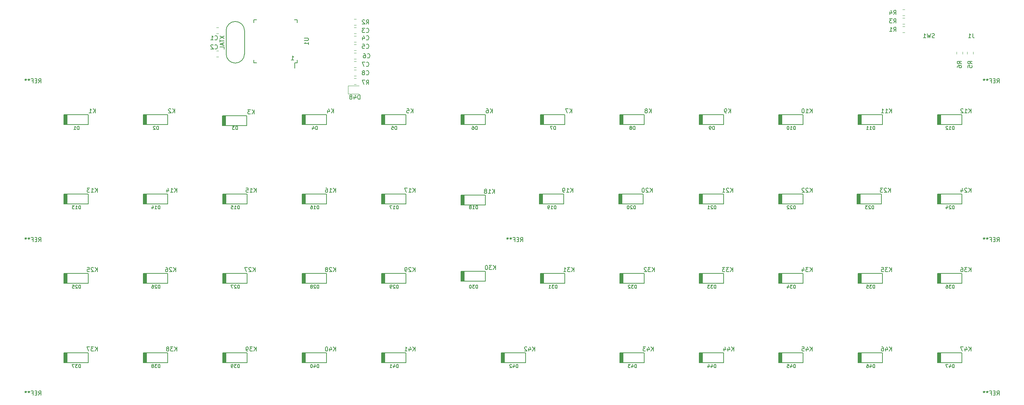
<source format=gbr>
G04 #@! TF.GenerationSoftware,KiCad,Pcbnew,(5.1.0)-1*
G04 #@! TF.CreationDate,2020-09-20T16:50:51-04:00*
G04 #@! TF.ProjectId,keyboard,6b657962-6f61-4726-942e-6b696361645f,rev?*
G04 #@! TF.SameCoordinates,Original*
G04 #@! TF.FileFunction,Legend,Bot*
G04 #@! TF.FilePolarity,Positive*
%FSLAX46Y46*%
G04 Gerber Fmt 4.6, Leading zero omitted, Abs format (unit mm)*
G04 Created by KiCad (PCBNEW (5.1.0)-1) date 2020-09-20 16:50:51*
%MOMM*%
%LPD*%
G04 APERTURE LIST*
%ADD10C,0.150000*%
%ADD11C,0.120000*%
%ADD12C,0.200000*%
G04 APERTURE END LIST*
D10*
X81248285Y-47696380D02*
X81819714Y-47696380D01*
X81534000Y-47696380D02*
X81534000Y-46696380D01*
X81629238Y-46839238D01*
X81724476Y-46934476D01*
X81819714Y-46982095D01*
D11*
X97520000Y-55824000D02*
X94835000Y-55824000D01*
X94835000Y-55824000D02*
X94835000Y-53904000D01*
X94835000Y-53904000D02*
X97520000Y-53904000D01*
X96778578Y-53542000D02*
X96261422Y-53542000D01*
X96778578Y-52122000D02*
X96261422Y-52122000D01*
D10*
X82645000Y-48355000D02*
X82070000Y-48355000D01*
X82645000Y-38005000D02*
X81970000Y-38005000D01*
X72295000Y-38005000D02*
X72970000Y-38005000D01*
X72295000Y-48355000D02*
X72970000Y-48355000D01*
X82645000Y-48355000D02*
X82645000Y-47680000D01*
X72295000Y-48355000D02*
X72295000Y-47680000D01*
X72295000Y-38005000D02*
X72295000Y-38680000D01*
X82645000Y-38005000D02*
X82645000Y-38680000D01*
X82070000Y-48355000D02*
X82070000Y-49630000D01*
D11*
X96261422Y-39930000D02*
X96778578Y-39930000D01*
X96261422Y-41350000D02*
X96778578Y-41350000D01*
X63758578Y-41350000D02*
X63241422Y-41350000D01*
X63758578Y-39930000D02*
X63241422Y-39930000D01*
X63758578Y-45518000D02*
X63241422Y-45518000D01*
X63758578Y-46938000D02*
X63241422Y-46938000D01*
X96261422Y-43382000D02*
X96778578Y-43382000D01*
X96261422Y-41962000D02*
X96778578Y-41962000D01*
X96261422Y-43994000D02*
X96778578Y-43994000D01*
X96261422Y-45414000D02*
X96778578Y-45414000D01*
X96261422Y-47446000D02*
X96778578Y-47446000D01*
X96261422Y-46026000D02*
X96778578Y-46026000D01*
X96261422Y-48058000D02*
X96778578Y-48058000D01*
X96261422Y-49478000D02*
X96778578Y-49478000D01*
X96778578Y-50090000D02*
X96261422Y-50090000D01*
X96778578Y-51510000D02*
X96261422Y-51510000D01*
D12*
X27443000Y-63176000D02*
X27443000Y-60776000D01*
X27268000Y-63176000D02*
X27268000Y-60776000D01*
X27093000Y-63176000D02*
X27093000Y-60776000D01*
X26693000Y-60776000D02*
X26693000Y-63176000D01*
X26918000Y-63176000D02*
X26918000Y-60776000D01*
X26793000Y-63176000D02*
X26793000Y-60776000D01*
X26718000Y-63176000D02*
X32518000Y-63176000D01*
X32518000Y-63176000D02*
X32518000Y-60776000D01*
X32518000Y-60776000D02*
X26718000Y-60776000D01*
X51568000Y-60776000D02*
X45768000Y-60776000D01*
X51568000Y-63176000D02*
X51568000Y-60776000D01*
X45768000Y-63176000D02*
X51568000Y-63176000D01*
X45843000Y-63176000D02*
X45843000Y-60776000D01*
X45968000Y-63176000D02*
X45968000Y-60776000D01*
X45743000Y-60776000D02*
X45743000Y-63176000D01*
X46143000Y-63176000D02*
X46143000Y-60776000D01*
X46318000Y-63176000D02*
X46318000Y-60776000D01*
X46493000Y-63176000D02*
X46493000Y-60776000D01*
X65492000Y-63430000D02*
X65492000Y-61030000D01*
X65317000Y-63430000D02*
X65317000Y-61030000D01*
X65142000Y-63430000D02*
X65142000Y-61030000D01*
X64742000Y-61030000D02*
X64742000Y-63430000D01*
X64967000Y-63430000D02*
X64967000Y-61030000D01*
X64842000Y-63430000D02*
X64842000Y-61030000D01*
X64767000Y-63430000D02*
X70567000Y-63430000D01*
X70567000Y-63430000D02*
X70567000Y-61030000D01*
X70567000Y-61030000D02*
X64767000Y-61030000D01*
X89668000Y-60776000D02*
X83868000Y-60776000D01*
X89668000Y-63176000D02*
X89668000Y-60776000D01*
X83868000Y-63176000D02*
X89668000Y-63176000D01*
X83943000Y-63176000D02*
X83943000Y-60776000D01*
X84068000Y-63176000D02*
X84068000Y-60776000D01*
X83843000Y-60776000D02*
X83843000Y-63176000D01*
X84243000Y-63176000D02*
X84243000Y-60776000D01*
X84418000Y-63176000D02*
X84418000Y-60776000D01*
X84593000Y-63176000D02*
X84593000Y-60776000D01*
X108718000Y-60776000D02*
X102918000Y-60776000D01*
X108718000Y-63176000D02*
X108718000Y-60776000D01*
X102918000Y-63176000D02*
X108718000Y-63176000D01*
X102993000Y-63176000D02*
X102993000Y-60776000D01*
X103118000Y-63176000D02*
X103118000Y-60776000D01*
X102893000Y-60776000D02*
X102893000Y-63176000D01*
X103293000Y-63176000D02*
X103293000Y-60776000D01*
X103468000Y-63176000D02*
X103468000Y-60776000D01*
X103643000Y-63176000D02*
X103643000Y-60776000D01*
X122693000Y-63176000D02*
X122693000Y-60776000D01*
X122518000Y-63176000D02*
X122518000Y-60776000D01*
X122343000Y-63176000D02*
X122343000Y-60776000D01*
X121943000Y-60776000D02*
X121943000Y-63176000D01*
X122168000Y-63176000D02*
X122168000Y-60776000D01*
X122043000Y-63176000D02*
X122043000Y-60776000D01*
X121968000Y-63176000D02*
X127768000Y-63176000D01*
X127768000Y-63176000D02*
X127768000Y-60776000D01*
X127768000Y-60776000D02*
X121968000Y-60776000D01*
X141743000Y-63176000D02*
X141743000Y-60776000D01*
X141568000Y-63176000D02*
X141568000Y-60776000D01*
X141393000Y-63176000D02*
X141393000Y-60776000D01*
X140993000Y-60776000D02*
X140993000Y-63176000D01*
X141218000Y-63176000D02*
X141218000Y-60776000D01*
X141093000Y-63176000D02*
X141093000Y-60776000D01*
X141018000Y-63176000D02*
X146818000Y-63176000D01*
X146818000Y-63176000D02*
X146818000Y-60776000D01*
X146818000Y-60776000D02*
X141018000Y-60776000D01*
X160793000Y-63176000D02*
X160793000Y-60776000D01*
X160618000Y-63176000D02*
X160618000Y-60776000D01*
X160443000Y-63176000D02*
X160443000Y-60776000D01*
X160043000Y-60776000D02*
X160043000Y-63176000D01*
X160268000Y-63176000D02*
X160268000Y-60776000D01*
X160143000Y-63176000D02*
X160143000Y-60776000D01*
X160068000Y-63176000D02*
X165868000Y-63176000D01*
X165868000Y-63176000D02*
X165868000Y-60776000D01*
X165868000Y-60776000D02*
X160068000Y-60776000D01*
X179843000Y-63176000D02*
X179843000Y-60776000D01*
X179668000Y-63176000D02*
X179668000Y-60776000D01*
X179493000Y-63176000D02*
X179493000Y-60776000D01*
X179093000Y-60776000D02*
X179093000Y-63176000D01*
X179318000Y-63176000D02*
X179318000Y-60776000D01*
X179193000Y-63176000D02*
X179193000Y-60776000D01*
X179118000Y-63176000D02*
X184918000Y-63176000D01*
X184918000Y-63176000D02*
X184918000Y-60776000D01*
X184918000Y-60776000D02*
X179118000Y-60776000D01*
X203968000Y-60776000D02*
X198168000Y-60776000D01*
X203968000Y-63176000D02*
X203968000Y-60776000D01*
X198168000Y-63176000D02*
X203968000Y-63176000D01*
X198243000Y-63176000D02*
X198243000Y-60776000D01*
X198368000Y-63176000D02*
X198368000Y-60776000D01*
X198143000Y-60776000D02*
X198143000Y-63176000D01*
X198543000Y-63176000D02*
X198543000Y-60776000D01*
X198718000Y-63176000D02*
X198718000Y-60776000D01*
X198893000Y-63176000D02*
X198893000Y-60776000D01*
X217943000Y-63176000D02*
X217943000Y-60776000D01*
X217768000Y-63176000D02*
X217768000Y-60776000D01*
X217593000Y-63176000D02*
X217593000Y-60776000D01*
X217193000Y-60776000D02*
X217193000Y-63176000D01*
X217418000Y-63176000D02*
X217418000Y-60776000D01*
X217293000Y-63176000D02*
X217293000Y-60776000D01*
X217218000Y-63176000D02*
X223018000Y-63176000D01*
X223018000Y-63176000D02*
X223018000Y-60776000D01*
X223018000Y-60776000D02*
X217218000Y-60776000D01*
X242068000Y-60776000D02*
X236268000Y-60776000D01*
X242068000Y-63176000D02*
X242068000Y-60776000D01*
X236268000Y-63176000D02*
X242068000Y-63176000D01*
X236343000Y-63176000D02*
X236343000Y-60776000D01*
X236468000Y-63176000D02*
X236468000Y-60776000D01*
X236243000Y-60776000D02*
X236243000Y-63176000D01*
X236643000Y-63176000D02*
X236643000Y-60776000D01*
X236818000Y-63176000D02*
X236818000Y-60776000D01*
X236993000Y-63176000D02*
X236993000Y-60776000D01*
X32518000Y-79826000D02*
X26718000Y-79826000D01*
X32518000Y-82226000D02*
X32518000Y-79826000D01*
X26718000Y-82226000D02*
X32518000Y-82226000D01*
X26793000Y-82226000D02*
X26793000Y-79826000D01*
X26918000Y-82226000D02*
X26918000Y-79826000D01*
X26693000Y-79826000D02*
X26693000Y-82226000D01*
X27093000Y-82226000D02*
X27093000Y-79826000D01*
X27268000Y-82226000D02*
X27268000Y-79826000D01*
X27443000Y-82226000D02*
X27443000Y-79826000D01*
X46493000Y-82226000D02*
X46493000Y-79826000D01*
X46318000Y-82226000D02*
X46318000Y-79826000D01*
X46143000Y-82226000D02*
X46143000Y-79826000D01*
X45743000Y-79826000D02*
X45743000Y-82226000D01*
X45968000Y-82226000D02*
X45968000Y-79826000D01*
X45843000Y-82226000D02*
X45843000Y-79826000D01*
X45768000Y-82226000D02*
X51568000Y-82226000D01*
X51568000Y-82226000D02*
X51568000Y-79826000D01*
X51568000Y-79826000D02*
X45768000Y-79826000D01*
X65543000Y-82226000D02*
X65543000Y-79826000D01*
X65368000Y-82226000D02*
X65368000Y-79826000D01*
X65193000Y-82226000D02*
X65193000Y-79826000D01*
X64793000Y-79826000D02*
X64793000Y-82226000D01*
X65018000Y-82226000D02*
X65018000Y-79826000D01*
X64893000Y-82226000D02*
X64893000Y-79826000D01*
X64818000Y-82226000D02*
X70618000Y-82226000D01*
X70618000Y-82226000D02*
X70618000Y-79826000D01*
X70618000Y-79826000D02*
X64818000Y-79826000D01*
X84593000Y-82226000D02*
X84593000Y-79826000D01*
X84418000Y-82226000D02*
X84418000Y-79826000D01*
X84243000Y-82226000D02*
X84243000Y-79826000D01*
X83843000Y-79826000D02*
X83843000Y-82226000D01*
X84068000Y-82226000D02*
X84068000Y-79826000D01*
X83943000Y-82226000D02*
X83943000Y-79826000D01*
X83868000Y-82226000D02*
X89668000Y-82226000D01*
X89668000Y-82226000D02*
X89668000Y-79826000D01*
X89668000Y-79826000D02*
X83868000Y-79826000D01*
X103643000Y-82226000D02*
X103643000Y-79826000D01*
X103468000Y-82226000D02*
X103468000Y-79826000D01*
X103293000Y-82226000D02*
X103293000Y-79826000D01*
X102893000Y-79826000D02*
X102893000Y-82226000D01*
X103118000Y-82226000D02*
X103118000Y-79826000D01*
X102993000Y-82226000D02*
X102993000Y-79826000D01*
X102918000Y-82226000D02*
X108718000Y-82226000D01*
X108718000Y-82226000D02*
X108718000Y-79826000D01*
X108718000Y-79826000D02*
X102918000Y-79826000D01*
X127768000Y-80080000D02*
X121968000Y-80080000D01*
X127768000Y-82480000D02*
X127768000Y-80080000D01*
X121968000Y-82480000D02*
X127768000Y-82480000D01*
X122043000Y-82480000D02*
X122043000Y-80080000D01*
X122168000Y-82480000D02*
X122168000Y-80080000D01*
X121943000Y-80080000D02*
X121943000Y-82480000D01*
X122343000Y-82480000D02*
X122343000Y-80080000D01*
X122518000Y-82480000D02*
X122518000Y-80080000D01*
X122693000Y-82480000D02*
X122693000Y-80080000D01*
X141489000Y-82226000D02*
X141489000Y-79826000D01*
X141314000Y-82226000D02*
X141314000Y-79826000D01*
X141139000Y-82226000D02*
X141139000Y-79826000D01*
X140739000Y-79826000D02*
X140739000Y-82226000D01*
X140964000Y-82226000D02*
X140964000Y-79826000D01*
X140839000Y-82226000D02*
X140839000Y-79826000D01*
X140764000Y-82226000D02*
X146564000Y-82226000D01*
X146564000Y-82226000D02*
X146564000Y-79826000D01*
X146564000Y-79826000D02*
X140764000Y-79826000D01*
X165614000Y-79826000D02*
X159814000Y-79826000D01*
X165614000Y-82226000D02*
X165614000Y-79826000D01*
X159814000Y-82226000D02*
X165614000Y-82226000D01*
X159889000Y-82226000D02*
X159889000Y-79826000D01*
X160014000Y-82226000D02*
X160014000Y-79826000D01*
X159789000Y-79826000D02*
X159789000Y-82226000D01*
X160189000Y-82226000D02*
X160189000Y-79826000D01*
X160364000Y-82226000D02*
X160364000Y-79826000D01*
X160539000Y-82226000D02*
X160539000Y-79826000D01*
X184918000Y-79826000D02*
X179118000Y-79826000D01*
X184918000Y-82226000D02*
X184918000Y-79826000D01*
X179118000Y-82226000D02*
X184918000Y-82226000D01*
X179193000Y-82226000D02*
X179193000Y-79826000D01*
X179318000Y-82226000D02*
X179318000Y-79826000D01*
X179093000Y-79826000D02*
X179093000Y-82226000D01*
X179493000Y-82226000D02*
X179493000Y-79826000D01*
X179668000Y-82226000D02*
X179668000Y-79826000D01*
X179843000Y-82226000D02*
X179843000Y-79826000D01*
X198893000Y-82226000D02*
X198893000Y-79826000D01*
X198718000Y-82226000D02*
X198718000Y-79826000D01*
X198543000Y-82226000D02*
X198543000Y-79826000D01*
X198143000Y-79826000D02*
X198143000Y-82226000D01*
X198368000Y-82226000D02*
X198368000Y-79826000D01*
X198243000Y-82226000D02*
X198243000Y-79826000D01*
X198168000Y-82226000D02*
X203968000Y-82226000D01*
X203968000Y-82226000D02*
X203968000Y-79826000D01*
X203968000Y-79826000D02*
X198168000Y-79826000D01*
X222764000Y-79826000D02*
X216964000Y-79826000D01*
X222764000Y-82226000D02*
X222764000Y-79826000D01*
X216964000Y-82226000D02*
X222764000Y-82226000D01*
X217039000Y-82226000D02*
X217039000Y-79826000D01*
X217164000Y-82226000D02*
X217164000Y-79826000D01*
X216939000Y-79826000D02*
X216939000Y-82226000D01*
X217339000Y-82226000D02*
X217339000Y-79826000D01*
X217514000Y-82226000D02*
X217514000Y-79826000D01*
X217689000Y-82226000D02*
X217689000Y-79826000D01*
X242068000Y-79826000D02*
X236268000Y-79826000D01*
X242068000Y-82226000D02*
X242068000Y-79826000D01*
X236268000Y-82226000D02*
X242068000Y-82226000D01*
X236343000Y-82226000D02*
X236343000Y-79826000D01*
X236468000Y-82226000D02*
X236468000Y-79826000D01*
X236243000Y-79826000D02*
X236243000Y-82226000D01*
X236643000Y-82226000D02*
X236643000Y-79826000D01*
X236818000Y-82226000D02*
X236818000Y-79826000D01*
X236993000Y-82226000D02*
X236993000Y-79826000D01*
X32518000Y-98876000D02*
X26718000Y-98876000D01*
X32518000Y-101276000D02*
X32518000Y-98876000D01*
X26718000Y-101276000D02*
X32518000Y-101276000D01*
X26793000Y-101276000D02*
X26793000Y-98876000D01*
X26918000Y-101276000D02*
X26918000Y-98876000D01*
X26693000Y-98876000D02*
X26693000Y-101276000D01*
X27093000Y-101276000D02*
X27093000Y-98876000D01*
X27268000Y-101276000D02*
X27268000Y-98876000D01*
X27443000Y-101276000D02*
X27443000Y-98876000D01*
X46493000Y-101276000D02*
X46493000Y-98876000D01*
X46318000Y-101276000D02*
X46318000Y-98876000D01*
X46143000Y-101276000D02*
X46143000Y-98876000D01*
X45743000Y-98876000D02*
X45743000Y-101276000D01*
X45968000Y-101276000D02*
X45968000Y-98876000D01*
X45843000Y-101276000D02*
X45843000Y-98876000D01*
X45768000Y-101276000D02*
X51568000Y-101276000D01*
X51568000Y-101276000D02*
X51568000Y-98876000D01*
X51568000Y-98876000D02*
X45768000Y-98876000D01*
X65543000Y-101276000D02*
X65543000Y-98876000D01*
X65368000Y-101276000D02*
X65368000Y-98876000D01*
X65193000Y-101276000D02*
X65193000Y-98876000D01*
X64793000Y-98876000D02*
X64793000Y-101276000D01*
X65018000Y-101276000D02*
X65018000Y-98876000D01*
X64893000Y-101276000D02*
X64893000Y-98876000D01*
X64818000Y-101276000D02*
X70618000Y-101276000D01*
X70618000Y-101276000D02*
X70618000Y-98876000D01*
X70618000Y-98876000D02*
X64818000Y-98876000D01*
X84593000Y-101276000D02*
X84593000Y-98876000D01*
X84418000Y-101276000D02*
X84418000Y-98876000D01*
X84243000Y-101276000D02*
X84243000Y-98876000D01*
X83843000Y-98876000D02*
X83843000Y-101276000D01*
X84068000Y-101276000D02*
X84068000Y-98876000D01*
X83943000Y-101276000D02*
X83943000Y-98876000D01*
X83868000Y-101276000D02*
X89668000Y-101276000D01*
X89668000Y-101276000D02*
X89668000Y-98876000D01*
X89668000Y-98876000D02*
X83868000Y-98876000D01*
X108718000Y-98876000D02*
X102918000Y-98876000D01*
X108718000Y-101276000D02*
X108718000Y-98876000D01*
X102918000Y-101276000D02*
X108718000Y-101276000D01*
X102993000Y-101276000D02*
X102993000Y-98876000D01*
X103118000Y-101276000D02*
X103118000Y-98876000D01*
X102893000Y-98876000D02*
X102893000Y-101276000D01*
X103293000Y-101276000D02*
X103293000Y-98876000D01*
X103468000Y-101276000D02*
X103468000Y-98876000D01*
X103643000Y-101276000D02*
X103643000Y-98876000D01*
X122693000Y-100768000D02*
X122693000Y-98368000D01*
X122518000Y-100768000D02*
X122518000Y-98368000D01*
X122343000Y-100768000D02*
X122343000Y-98368000D01*
X121943000Y-98368000D02*
X121943000Y-100768000D01*
X122168000Y-100768000D02*
X122168000Y-98368000D01*
X122043000Y-100768000D02*
X122043000Y-98368000D01*
X121968000Y-100768000D02*
X127768000Y-100768000D01*
X127768000Y-100768000D02*
X127768000Y-98368000D01*
X127768000Y-98368000D02*
X121968000Y-98368000D01*
X141743000Y-101276000D02*
X141743000Y-98876000D01*
X141568000Y-101276000D02*
X141568000Y-98876000D01*
X141393000Y-101276000D02*
X141393000Y-98876000D01*
X140993000Y-98876000D02*
X140993000Y-101276000D01*
X141218000Y-101276000D02*
X141218000Y-98876000D01*
X141093000Y-101276000D02*
X141093000Y-98876000D01*
X141018000Y-101276000D02*
X146818000Y-101276000D01*
X146818000Y-101276000D02*
X146818000Y-98876000D01*
X146818000Y-98876000D02*
X141018000Y-98876000D01*
X165868000Y-98876000D02*
X160068000Y-98876000D01*
X165868000Y-101276000D02*
X165868000Y-98876000D01*
X160068000Y-101276000D02*
X165868000Y-101276000D01*
X160143000Y-101276000D02*
X160143000Y-98876000D01*
X160268000Y-101276000D02*
X160268000Y-98876000D01*
X160043000Y-98876000D02*
X160043000Y-101276000D01*
X160443000Y-101276000D02*
X160443000Y-98876000D01*
X160618000Y-101276000D02*
X160618000Y-98876000D01*
X160793000Y-101276000D02*
X160793000Y-98876000D01*
X184918000Y-98876000D02*
X179118000Y-98876000D01*
X184918000Y-101276000D02*
X184918000Y-98876000D01*
X179118000Y-101276000D02*
X184918000Y-101276000D01*
X179193000Y-101276000D02*
X179193000Y-98876000D01*
X179318000Y-101276000D02*
X179318000Y-98876000D01*
X179093000Y-98876000D02*
X179093000Y-101276000D01*
X179493000Y-101276000D02*
X179493000Y-98876000D01*
X179668000Y-101276000D02*
X179668000Y-98876000D01*
X179843000Y-101276000D02*
X179843000Y-98876000D01*
X203968000Y-98876000D02*
X198168000Y-98876000D01*
X203968000Y-101276000D02*
X203968000Y-98876000D01*
X198168000Y-101276000D02*
X203968000Y-101276000D01*
X198243000Y-101276000D02*
X198243000Y-98876000D01*
X198368000Y-101276000D02*
X198368000Y-98876000D01*
X198143000Y-98876000D02*
X198143000Y-101276000D01*
X198543000Y-101276000D02*
X198543000Y-98876000D01*
X198718000Y-101276000D02*
X198718000Y-98876000D01*
X198893000Y-101276000D02*
X198893000Y-98876000D01*
X217943000Y-101276000D02*
X217943000Y-98876000D01*
X217768000Y-101276000D02*
X217768000Y-98876000D01*
X217593000Y-101276000D02*
X217593000Y-98876000D01*
X217193000Y-98876000D02*
X217193000Y-101276000D01*
X217418000Y-101276000D02*
X217418000Y-98876000D01*
X217293000Y-101276000D02*
X217293000Y-98876000D01*
X217218000Y-101276000D02*
X223018000Y-101276000D01*
X223018000Y-101276000D02*
X223018000Y-98876000D01*
X223018000Y-98876000D02*
X217218000Y-98876000D01*
X242068000Y-98876000D02*
X236268000Y-98876000D01*
X242068000Y-101276000D02*
X242068000Y-98876000D01*
X236268000Y-101276000D02*
X242068000Y-101276000D01*
X236343000Y-101276000D02*
X236343000Y-98876000D01*
X236468000Y-101276000D02*
X236468000Y-98876000D01*
X236243000Y-98876000D02*
X236243000Y-101276000D01*
X236643000Y-101276000D02*
X236643000Y-98876000D01*
X236818000Y-101276000D02*
X236818000Y-98876000D01*
X236993000Y-101276000D02*
X236993000Y-98876000D01*
X32518000Y-117926000D02*
X26718000Y-117926000D01*
X32518000Y-120326000D02*
X32518000Y-117926000D01*
X26718000Y-120326000D02*
X32518000Y-120326000D01*
X26793000Y-120326000D02*
X26793000Y-117926000D01*
X26918000Y-120326000D02*
X26918000Y-117926000D01*
X26693000Y-117926000D02*
X26693000Y-120326000D01*
X27093000Y-120326000D02*
X27093000Y-117926000D01*
X27268000Y-120326000D02*
X27268000Y-117926000D01*
X27443000Y-120326000D02*
X27443000Y-117926000D01*
X46493000Y-120326000D02*
X46493000Y-117926000D01*
X46318000Y-120326000D02*
X46318000Y-117926000D01*
X46143000Y-120326000D02*
X46143000Y-117926000D01*
X45743000Y-117926000D02*
X45743000Y-120326000D01*
X45968000Y-120326000D02*
X45968000Y-117926000D01*
X45843000Y-120326000D02*
X45843000Y-117926000D01*
X45768000Y-120326000D02*
X51568000Y-120326000D01*
X51568000Y-120326000D02*
X51568000Y-117926000D01*
X51568000Y-117926000D02*
X45768000Y-117926000D01*
X70618000Y-117926000D02*
X64818000Y-117926000D01*
X70618000Y-120326000D02*
X70618000Y-117926000D01*
X64818000Y-120326000D02*
X70618000Y-120326000D01*
X64893000Y-120326000D02*
X64893000Y-117926000D01*
X65018000Y-120326000D02*
X65018000Y-117926000D01*
X64793000Y-117926000D02*
X64793000Y-120326000D01*
X65193000Y-120326000D02*
X65193000Y-117926000D01*
X65368000Y-120326000D02*
X65368000Y-117926000D01*
X65543000Y-120326000D02*
X65543000Y-117926000D01*
X84593000Y-120326000D02*
X84593000Y-117926000D01*
X84418000Y-120326000D02*
X84418000Y-117926000D01*
X84243000Y-120326000D02*
X84243000Y-117926000D01*
X83843000Y-117926000D02*
X83843000Y-120326000D01*
X84068000Y-120326000D02*
X84068000Y-117926000D01*
X83943000Y-120326000D02*
X83943000Y-117926000D01*
X83868000Y-120326000D02*
X89668000Y-120326000D01*
X89668000Y-120326000D02*
X89668000Y-117926000D01*
X89668000Y-117926000D02*
X83868000Y-117926000D01*
X108718000Y-117926000D02*
X102918000Y-117926000D01*
X108718000Y-120326000D02*
X108718000Y-117926000D01*
X102918000Y-120326000D02*
X108718000Y-120326000D01*
X102993000Y-120326000D02*
X102993000Y-117926000D01*
X103118000Y-120326000D02*
X103118000Y-117926000D01*
X102893000Y-117926000D02*
X102893000Y-120326000D01*
X103293000Y-120326000D02*
X103293000Y-117926000D01*
X103468000Y-120326000D02*
X103468000Y-117926000D01*
X103643000Y-120326000D02*
X103643000Y-117926000D01*
X137420000Y-117926000D02*
X131620000Y-117926000D01*
X137420000Y-120326000D02*
X137420000Y-117926000D01*
X131620000Y-120326000D02*
X137420000Y-120326000D01*
X131695000Y-120326000D02*
X131695000Y-117926000D01*
X131820000Y-120326000D02*
X131820000Y-117926000D01*
X131595000Y-117926000D02*
X131595000Y-120326000D01*
X131995000Y-120326000D02*
X131995000Y-117926000D01*
X132170000Y-120326000D02*
X132170000Y-117926000D01*
X132345000Y-120326000D02*
X132345000Y-117926000D01*
X165868000Y-117926000D02*
X160068000Y-117926000D01*
X165868000Y-120326000D02*
X165868000Y-117926000D01*
X160068000Y-120326000D02*
X165868000Y-120326000D01*
X160143000Y-120326000D02*
X160143000Y-117926000D01*
X160268000Y-120326000D02*
X160268000Y-117926000D01*
X160043000Y-117926000D02*
X160043000Y-120326000D01*
X160443000Y-120326000D02*
X160443000Y-117926000D01*
X160618000Y-120326000D02*
X160618000Y-117926000D01*
X160793000Y-120326000D02*
X160793000Y-117926000D01*
X179843000Y-120326000D02*
X179843000Y-117926000D01*
X179668000Y-120326000D02*
X179668000Y-117926000D01*
X179493000Y-120326000D02*
X179493000Y-117926000D01*
X179093000Y-117926000D02*
X179093000Y-120326000D01*
X179318000Y-120326000D02*
X179318000Y-117926000D01*
X179193000Y-120326000D02*
X179193000Y-117926000D01*
X179118000Y-120326000D02*
X184918000Y-120326000D01*
X184918000Y-120326000D02*
X184918000Y-117926000D01*
X184918000Y-117926000D02*
X179118000Y-117926000D01*
X198893000Y-120326000D02*
X198893000Y-117926000D01*
X198718000Y-120326000D02*
X198718000Y-117926000D01*
X198543000Y-120326000D02*
X198543000Y-117926000D01*
X198143000Y-117926000D02*
X198143000Y-120326000D01*
X198368000Y-120326000D02*
X198368000Y-117926000D01*
X198243000Y-120326000D02*
X198243000Y-117926000D01*
X198168000Y-120326000D02*
X203968000Y-120326000D01*
X203968000Y-120326000D02*
X203968000Y-117926000D01*
X203968000Y-117926000D02*
X198168000Y-117926000D01*
X223018000Y-117926000D02*
X217218000Y-117926000D01*
X223018000Y-120326000D02*
X223018000Y-117926000D01*
X217218000Y-120326000D02*
X223018000Y-120326000D01*
X217293000Y-120326000D02*
X217293000Y-117926000D01*
X217418000Y-120326000D02*
X217418000Y-117926000D01*
X217193000Y-117926000D02*
X217193000Y-120326000D01*
X217593000Y-120326000D02*
X217593000Y-117926000D01*
X217768000Y-120326000D02*
X217768000Y-117926000D01*
X217943000Y-120326000D02*
X217943000Y-117926000D01*
X236993000Y-120326000D02*
X236993000Y-117926000D01*
X236818000Y-120326000D02*
X236818000Y-117926000D01*
X236643000Y-120326000D02*
X236643000Y-117926000D01*
X236243000Y-117926000D02*
X236243000Y-120326000D01*
X236468000Y-120326000D02*
X236468000Y-117926000D01*
X236343000Y-120326000D02*
X236343000Y-117926000D01*
X236268000Y-120326000D02*
X242068000Y-120326000D01*
X242068000Y-120326000D02*
X242068000Y-117926000D01*
X242068000Y-117926000D02*
X236268000Y-117926000D01*
D11*
X227833422Y-39676000D02*
X228350578Y-39676000D01*
X227833422Y-41096000D02*
X228350578Y-41096000D01*
X96778578Y-37898000D02*
X96261422Y-37898000D01*
X96778578Y-39318000D02*
X96261422Y-39318000D01*
X227833422Y-37644000D02*
X228350578Y-37644000D01*
X227833422Y-39064000D02*
X228350578Y-39064000D01*
X227833422Y-37032000D02*
X228350578Y-37032000D01*
X227833422Y-35612000D02*
X228350578Y-35612000D01*
D10*
X70018000Y-40634000D02*
X70018000Y-46234000D01*
X65618000Y-46234000D02*
X65618000Y-40634000D01*
X67818000Y-48434000D02*
G75*
G02X65618000Y-46234000I0J2200000D01*
G01*
X70018000Y-46234000D02*
G75*
G02X67818000Y-48434000I-2200000J0D01*
G01*
X67818000Y-38434000D02*
G75*
G02X70018000Y-40634000I0J-2200000D01*
G01*
X65618000Y-40634000D02*
G75*
G02X67818000Y-38434000I2200000J0D01*
G01*
D11*
X244804000Y-46232578D02*
X244804000Y-45715422D01*
X243384000Y-46232578D02*
X243384000Y-45715422D01*
X240844000Y-46232578D02*
X240844000Y-45715422D01*
X242264000Y-46232578D02*
X242264000Y-45715422D01*
D10*
X97734285Y-57094380D02*
X97734285Y-56094380D01*
X97496190Y-56094380D01*
X97353333Y-56142000D01*
X97258095Y-56237238D01*
X97210476Y-56332476D01*
X97162857Y-56522952D01*
X97162857Y-56665809D01*
X97210476Y-56856285D01*
X97258095Y-56951523D01*
X97353333Y-57046761D01*
X97496190Y-57094380D01*
X97734285Y-57094380D01*
X96305714Y-56427714D02*
X96305714Y-57094380D01*
X96543809Y-56046761D02*
X96781904Y-56761047D01*
X96162857Y-56761047D01*
X95639047Y-56522952D02*
X95734285Y-56475333D01*
X95781904Y-56427714D01*
X95829523Y-56332476D01*
X95829523Y-56284857D01*
X95781904Y-56189619D01*
X95734285Y-56142000D01*
X95639047Y-56094380D01*
X95448571Y-56094380D01*
X95353333Y-56142000D01*
X95305714Y-56189619D01*
X95258095Y-56284857D01*
X95258095Y-56332476D01*
X95305714Y-56427714D01*
X95353333Y-56475333D01*
X95448571Y-56522952D01*
X95639047Y-56522952D01*
X95734285Y-56570571D01*
X95781904Y-56618190D01*
X95829523Y-56713428D01*
X95829523Y-56903904D01*
X95781904Y-56999142D01*
X95734285Y-57046761D01*
X95639047Y-57094380D01*
X95448571Y-57094380D01*
X95353333Y-57046761D01*
X95305714Y-56999142D01*
X95258095Y-56903904D01*
X95258095Y-56713428D01*
X95305714Y-56618190D01*
X95353333Y-56570571D01*
X95448571Y-56522952D01*
X99226666Y-53538380D02*
X99560000Y-53062190D01*
X99798095Y-53538380D02*
X99798095Y-52538380D01*
X99417142Y-52538380D01*
X99321904Y-52586000D01*
X99274285Y-52633619D01*
X99226666Y-52728857D01*
X99226666Y-52871714D01*
X99274285Y-52966952D01*
X99321904Y-53014571D01*
X99417142Y-53062190D01*
X99798095Y-53062190D01*
X98893333Y-52538380D02*
X98226666Y-52538380D01*
X98655238Y-53538380D01*
X84372380Y-42418095D02*
X85181904Y-42418095D01*
X85277142Y-42465714D01*
X85324761Y-42513333D01*
X85372380Y-42608571D01*
X85372380Y-42799047D01*
X85324761Y-42894285D01*
X85277142Y-42941904D01*
X85181904Y-42989523D01*
X84372380Y-42989523D01*
X85372380Y-43989523D02*
X85372380Y-43418095D01*
X85372380Y-43703809D02*
X84372380Y-43703809D01*
X84515238Y-43608571D01*
X84610476Y-43513333D01*
X84658095Y-43418095D01*
X99226666Y-40997142D02*
X99274285Y-41044761D01*
X99417142Y-41092380D01*
X99512380Y-41092380D01*
X99655238Y-41044761D01*
X99750476Y-40949523D01*
X99798095Y-40854285D01*
X99845714Y-40663809D01*
X99845714Y-40520952D01*
X99798095Y-40330476D01*
X99750476Y-40235238D01*
X99655238Y-40140000D01*
X99512380Y-40092380D01*
X99417142Y-40092380D01*
X99274285Y-40140000D01*
X99226666Y-40187619D01*
X98893333Y-40092380D02*
X98274285Y-40092380D01*
X98607619Y-40473333D01*
X98464761Y-40473333D01*
X98369523Y-40520952D01*
X98321904Y-40568571D01*
X98274285Y-40663809D01*
X98274285Y-40901904D01*
X98321904Y-40997142D01*
X98369523Y-41044761D01*
X98464761Y-41092380D01*
X98750476Y-41092380D01*
X98845714Y-41044761D01*
X98893333Y-40997142D01*
X136207333Y-91266380D02*
X136540666Y-90790190D01*
X136778761Y-91266380D02*
X136778761Y-90266380D01*
X136397809Y-90266380D01*
X136302571Y-90314000D01*
X136254952Y-90361619D01*
X136207333Y-90456857D01*
X136207333Y-90599714D01*
X136254952Y-90694952D01*
X136302571Y-90742571D01*
X136397809Y-90790190D01*
X136778761Y-90790190D01*
X135778761Y-90742571D02*
X135445428Y-90742571D01*
X135302571Y-91266380D02*
X135778761Y-91266380D01*
X135778761Y-90266380D01*
X135302571Y-90266380D01*
X134540666Y-90742571D02*
X134874000Y-90742571D01*
X134874000Y-91266380D02*
X134874000Y-90266380D01*
X134397809Y-90266380D01*
X133874000Y-90266380D02*
X133874000Y-90504476D01*
X134112095Y-90409238D02*
X133874000Y-90504476D01*
X133635904Y-90409238D01*
X134016857Y-90694952D02*
X133874000Y-90504476D01*
X133731142Y-90694952D01*
X133112095Y-90266380D02*
X133112095Y-90504476D01*
X133350190Y-90409238D02*
X133112095Y-90504476D01*
X132874000Y-90409238D01*
X133254952Y-90694952D02*
X133112095Y-90504476D01*
X132969238Y-90694952D01*
X250507333Y-53166380D02*
X250840666Y-52690190D01*
X251078761Y-53166380D02*
X251078761Y-52166380D01*
X250697809Y-52166380D01*
X250602571Y-52214000D01*
X250554952Y-52261619D01*
X250507333Y-52356857D01*
X250507333Y-52499714D01*
X250554952Y-52594952D01*
X250602571Y-52642571D01*
X250697809Y-52690190D01*
X251078761Y-52690190D01*
X250078761Y-52642571D02*
X249745428Y-52642571D01*
X249602571Y-53166380D02*
X250078761Y-53166380D01*
X250078761Y-52166380D01*
X249602571Y-52166380D01*
X248840666Y-52642571D02*
X249174000Y-52642571D01*
X249174000Y-53166380D02*
X249174000Y-52166380D01*
X248697809Y-52166380D01*
X248174000Y-52166380D02*
X248174000Y-52404476D01*
X248412095Y-52309238D02*
X248174000Y-52404476D01*
X247935904Y-52309238D01*
X248316857Y-52594952D02*
X248174000Y-52404476D01*
X248031142Y-52594952D01*
X247412095Y-52166380D02*
X247412095Y-52404476D01*
X247650190Y-52309238D02*
X247412095Y-52404476D01*
X247174000Y-52309238D01*
X247554952Y-52594952D02*
X247412095Y-52404476D01*
X247269238Y-52594952D01*
X20637333Y-53166380D02*
X20970666Y-52690190D01*
X21208761Y-53166380D02*
X21208761Y-52166380D01*
X20827809Y-52166380D01*
X20732571Y-52214000D01*
X20684952Y-52261619D01*
X20637333Y-52356857D01*
X20637333Y-52499714D01*
X20684952Y-52594952D01*
X20732571Y-52642571D01*
X20827809Y-52690190D01*
X21208761Y-52690190D01*
X20208761Y-52642571D02*
X19875428Y-52642571D01*
X19732571Y-53166380D02*
X20208761Y-53166380D01*
X20208761Y-52166380D01*
X19732571Y-52166380D01*
X18970666Y-52642571D02*
X19304000Y-52642571D01*
X19304000Y-53166380D02*
X19304000Y-52166380D01*
X18827809Y-52166380D01*
X18304000Y-52166380D02*
X18304000Y-52404476D01*
X18542095Y-52309238D02*
X18304000Y-52404476D01*
X18065904Y-52309238D01*
X18446857Y-52594952D02*
X18304000Y-52404476D01*
X18161142Y-52594952D01*
X17542095Y-52166380D02*
X17542095Y-52404476D01*
X17780190Y-52309238D02*
X17542095Y-52404476D01*
X17304000Y-52309238D01*
X17684952Y-52594952D02*
X17542095Y-52404476D01*
X17399238Y-52594952D01*
X250507333Y-91266380D02*
X250840666Y-90790190D01*
X251078761Y-91266380D02*
X251078761Y-90266380D01*
X250697809Y-90266380D01*
X250602571Y-90314000D01*
X250554952Y-90361619D01*
X250507333Y-90456857D01*
X250507333Y-90599714D01*
X250554952Y-90694952D01*
X250602571Y-90742571D01*
X250697809Y-90790190D01*
X251078761Y-90790190D01*
X250078761Y-90742571D02*
X249745428Y-90742571D01*
X249602571Y-91266380D02*
X250078761Y-91266380D01*
X250078761Y-90266380D01*
X249602571Y-90266380D01*
X248840666Y-90742571D02*
X249174000Y-90742571D01*
X249174000Y-91266380D02*
X249174000Y-90266380D01*
X248697809Y-90266380D01*
X248174000Y-90266380D02*
X248174000Y-90504476D01*
X248412095Y-90409238D02*
X248174000Y-90504476D01*
X247935904Y-90409238D01*
X248316857Y-90694952D02*
X248174000Y-90504476D01*
X248031142Y-90694952D01*
X247412095Y-90266380D02*
X247412095Y-90504476D01*
X247650190Y-90409238D02*
X247412095Y-90504476D01*
X247174000Y-90409238D01*
X247554952Y-90694952D02*
X247412095Y-90504476D01*
X247269238Y-90694952D01*
X20637333Y-91266380D02*
X20970666Y-90790190D01*
X21208761Y-91266380D02*
X21208761Y-90266380D01*
X20827809Y-90266380D01*
X20732571Y-90314000D01*
X20684952Y-90361619D01*
X20637333Y-90456857D01*
X20637333Y-90599714D01*
X20684952Y-90694952D01*
X20732571Y-90742571D01*
X20827809Y-90790190D01*
X21208761Y-90790190D01*
X20208761Y-90742571D02*
X19875428Y-90742571D01*
X19732571Y-91266380D02*
X20208761Y-91266380D01*
X20208761Y-90266380D01*
X19732571Y-90266380D01*
X18970666Y-90742571D02*
X19304000Y-90742571D01*
X19304000Y-91266380D02*
X19304000Y-90266380D01*
X18827809Y-90266380D01*
X18304000Y-90266380D02*
X18304000Y-90504476D01*
X18542095Y-90409238D02*
X18304000Y-90504476D01*
X18065904Y-90409238D01*
X18446857Y-90694952D02*
X18304000Y-90504476D01*
X18161142Y-90694952D01*
X17542095Y-90266380D02*
X17542095Y-90504476D01*
X17780190Y-90409238D02*
X17542095Y-90504476D01*
X17304000Y-90409238D01*
X17684952Y-90694952D02*
X17542095Y-90504476D01*
X17399238Y-90694952D01*
X250507333Y-128096380D02*
X250840666Y-127620190D01*
X251078761Y-128096380D02*
X251078761Y-127096380D01*
X250697809Y-127096380D01*
X250602571Y-127144000D01*
X250554952Y-127191619D01*
X250507333Y-127286857D01*
X250507333Y-127429714D01*
X250554952Y-127524952D01*
X250602571Y-127572571D01*
X250697809Y-127620190D01*
X251078761Y-127620190D01*
X250078761Y-127572571D02*
X249745428Y-127572571D01*
X249602571Y-128096380D02*
X250078761Y-128096380D01*
X250078761Y-127096380D01*
X249602571Y-127096380D01*
X248840666Y-127572571D02*
X249174000Y-127572571D01*
X249174000Y-128096380D02*
X249174000Y-127096380D01*
X248697809Y-127096380D01*
X248174000Y-127096380D02*
X248174000Y-127334476D01*
X248412095Y-127239238D02*
X248174000Y-127334476D01*
X247935904Y-127239238D01*
X248316857Y-127524952D02*
X248174000Y-127334476D01*
X248031142Y-127524952D01*
X247412095Y-127096380D02*
X247412095Y-127334476D01*
X247650190Y-127239238D02*
X247412095Y-127334476D01*
X247174000Y-127239238D01*
X247554952Y-127524952D02*
X247412095Y-127334476D01*
X247269238Y-127524952D01*
X20637333Y-128096380D02*
X20970666Y-127620190D01*
X21208761Y-128096380D02*
X21208761Y-127096380D01*
X20827809Y-127096380D01*
X20732571Y-127144000D01*
X20684952Y-127191619D01*
X20637333Y-127286857D01*
X20637333Y-127429714D01*
X20684952Y-127524952D01*
X20732571Y-127572571D01*
X20827809Y-127620190D01*
X21208761Y-127620190D01*
X20208761Y-127572571D02*
X19875428Y-127572571D01*
X19732571Y-128096380D02*
X20208761Y-128096380D01*
X20208761Y-127096380D01*
X19732571Y-127096380D01*
X18970666Y-127572571D02*
X19304000Y-127572571D01*
X19304000Y-128096380D02*
X19304000Y-127096380D01*
X18827809Y-127096380D01*
X18304000Y-127096380D02*
X18304000Y-127334476D01*
X18542095Y-127239238D02*
X18304000Y-127334476D01*
X18065904Y-127239238D01*
X18446857Y-127524952D02*
X18304000Y-127334476D01*
X18161142Y-127524952D01*
X17542095Y-127096380D02*
X17542095Y-127334476D01*
X17780190Y-127239238D02*
X17542095Y-127334476D01*
X17304000Y-127239238D01*
X17684952Y-127524952D02*
X17542095Y-127334476D01*
X17399238Y-127524952D01*
X62904666Y-42775142D02*
X62952285Y-42822761D01*
X63095142Y-42870380D01*
X63190380Y-42870380D01*
X63333238Y-42822761D01*
X63428476Y-42727523D01*
X63476095Y-42632285D01*
X63523714Y-42441809D01*
X63523714Y-42298952D01*
X63476095Y-42108476D01*
X63428476Y-42013238D01*
X63333238Y-41918000D01*
X63190380Y-41870380D01*
X63095142Y-41870380D01*
X62952285Y-41918000D01*
X62904666Y-41965619D01*
X61952285Y-42870380D02*
X62523714Y-42870380D01*
X62238000Y-42870380D02*
X62238000Y-41870380D01*
X62333238Y-42013238D01*
X62428476Y-42108476D01*
X62523714Y-42156095D01*
X62904666Y-44935142D02*
X62952285Y-44982761D01*
X63095142Y-45030380D01*
X63190380Y-45030380D01*
X63333238Y-44982761D01*
X63428476Y-44887523D01*
X63476095Y-44792285D01*
X63523714Y-44601809D01*
X63523714Y-44458952D01*
X63476095Y-44268476D01*
X63428476Y-44173238D01*
X63333238Y-44078000D01*
X63190380Y-44030380D01*
X63095142Y-44030380D01*
X62952285Y-44078000D01*
X62904666Y-44125619D01*
X62523714Y-44125619D02*
X62476095Y-44078000D01*
X62380857Y-44030380D01*
X62142761Y-44030380D01*
X62047523Y-44078000D01*
X61999904Y-44125619D01*
X61952285Y-44220857D01*
X61952285Y-44316095D01*
X61999904Y-44458952D01*
X62571333Y-45030380D01*
X61952285Y-45030380D01*
X99226666Y-42775142D02*
X99274285Y-42822761D01*
X99417142Y-42870380D01*
X99512380Y-42870380D01*
X99655238Y-42822761D01*
X99750476Y-42727523D01*
X99798095Y-42632285D01*
X99845714Y-42441809D01*
X99845714Y-42298952D01*
X99798095Y-42108476D01*
X99750476Y-42013238D01*
X99655238Y-41918000D01*
X99512380Y-41870380D01*
X99417142Y-41870380D01*
X99274285Y-41918000D01*
X99226666Y-41965619D01*
X98369523Y-42203714D02*
X98369523Y-42870380D01*
X98607619Y-41822761D02*
X98845714Y-42537047D01*
X98226666Y-42537047D01*
X99226666Y-44807142D02*
X99274285Y-44854761D01*
X99417142Y-44902380D01*
X99512380Y-44902380D01*
X99655238Y-44854761D01*
X99750476Y-44759523D01*
X99798095Y-44664285D01*
X99845714Y-44473809D01*
X99845714Y-44330952D01*
X99798095Y-44140476D01*
X99750476Y-44045238D01*
X99655238Y-43950000D01*
X99512380Y-43902380D01*
X99417142Y-43902380D01*
X99274285Y-43950000D01*
X99226666Y-43997619D01*
X98321904Y-43902380D02*
X98798095Y-43902380D01*
X98845714Y-44378571D01*
X98798095Y-44330952D01*
X98702857Y-44283333D01*
X98464761Y-44283333D01*
X98369523Y-44330952D01*
X98321904Y-44378571D01*
X98274285Y-44473809D01*
X98274285Y-44711904D01*
X98321904Y-44807142D01*
X98369523Y-44854761D01*
X98464761Y-44902380D01*
X98702857Y-44902380D01*
X98798095Y-44854761D01*
X98845714Y-44807142D01*
X99480666Y-47093142D02*
X99528285Y-47140761D01*
X99671142Y-47188380D01*
X99766380Y-47188380D01*
X99909238Y-47140761D01*
X100004476Y-47045523D01*
X100052095Y-46950285D01*
X100099714Y-46759809D01*
X100099714Y-46616952D01*
X100052095Y-46426476D01*
X100004476Y-46331238D01*
X99909238Y-46236000D01*
X99766380Y-46188380D01*
X99671142Y-46188380D01*
X99528285Y-46236000D01*
X99480666Y-46283619D01*
X98623523Y-46188380D02*
X98814000Y-46188380D01*
X98909238Y-46236000D01*
X98956857Y-46283619D01*
X99052095Y-46426476D01*
X99099714Y-46616952D01*
X99099714Y-46997904D01*
X99052095Y-47093142D01*
X99004476Y-47140761D01*
X98909238Y-47188380D01*
X98718761Y-47188380D01*
X98623523Y-47140761D01*
X98575904Y-47093142D01*
X98528285Y-46997904D01*
X98528285Y-46759809D01*
X98575904Y-46664571D01*
X98623523Y-46616952D01*
X98718761Y-46569333D01*
X98909238Y-46569333D01*
X99004476Y-46616952D01*
X99052095Y-46664571D01*
X99099714Y-46759809D01*
X99226666Y-49125142D02*
X99274285Y-49172761D01*
X99417142Y-49220380D01*
X99512380Y-49220380D01*
X99655238Y-49172761D01*
X99750476Y-49077523D01*
X99798095Y-48982285D01*
X99845714Y-48791809D01*
X99845714Y-48648952D01*
X99798095Y-48458476D01*
X99750476Y-48363238D01*
X99655238Y-48268000D01*
X99512380Y-48220380D01*
X99417142Y-48220380D01*
X99274285Y-48268000D01*
X99226666Y-48315619D01*
X98893333Y-48220380D02*
X98226666Y-48220380D01*
X98655238Y-49220380D01*
X99226666Y-51157142D02*
X99274285Y-51204761D01*
X99417142Y-51252380D01*
X99512380Y-51252380D01*
X99655238Y-51204761D01*
X99750476Y-51109523D01*
X99798095Y-51014285D01*
X99845714Y-50823809D01*
X99845714Y-50680952D01*
X99798095Y-50490476D01*
X99750476Y-50395238D01*
X99655238Y-50300000D01*
X99512380Y-50252380D01*
X99417142Y-50252380D01*
X99274285Y-50300000D01*
X99226666Y-50347619D01*
X98655238Y-50680952D02*
X98750476Y-50633333D01*
X98798095Y-50585714D01*
X98845714Y-50490476D01*
X98845714Y-50442857D01*
X98798095Y-50347619D01*
X98750476Y-50300000D01*
X98655238Y-50252380D01*
X98464761Y-50252380D01*
X98369523Y-50300000D01*
X98321904Y-50347619D01*
X98274285Y-50442857D01*
X98274285Y-50490476D01*
X98321904Y-50585714D01*
X98369523Y-50633333D01*
X98464761Y-50680952D01*
X98655238Y-50680952D01*
X98750476Y-50728571D01*
X98798095Y-50776190D01*
X98845714Y-50871428D01*
X98845714Y-51061904D01*
X98798095Y-51157142D01*
X98750476Y-51204761D01*
X98655238Y-51252380D01*
X98464761Y-51252380D01*
X98369523Y-51204761D01*
X98321904Y-51157142D01*
X98274285Y-51061904D01*
X98274285Y-50871428D01*
X98321904Y-50776190D01*
X98369523Y-50728571D01*
X98464761Y-50680952D01*
X30308476Y-64369904D02*
X30308476Y-63569904D01*
X30118000Y-63569904D01*
X30003714Y-63608000D01*
X29927523Y-63684190D01*
X29889428Y-63760380D01*
X29851333Y-63912761D01*
X29851333Y-64027047D01*
X29889428Y-64179428D01*
X29927523Y-64255619D01*
X30003714Y-64331809D01*
X30118000Y-64369904D01*
X30308476Y-64369904D01*
X29089428Y-64369904D02*
X29546571Y-64369904D01*
X29318000Y-64369904D02*
X29318000Y-63569904D01*
X29394190Y-63684190D01*
X29470380Y-63760380D01*
X29546571Y-63798476D01*
X49358476Y-64369904D02*
X49358476Y-63569904D01*
X49168000Y-63569904D01*
X49053714Y-63608000D01*
X48977523Y-63684190D01*
X48939428Y-63760380D01*
X48901333Y-63912761D01*
X48901333Y-64027047D01*
X48939428Y-64179428D01*
X48977523Y-64255619D01*
X49053714Y-64331809D01*
X49168000Y-64369904D01*
X49358476Y-64369904D01*
X48596571Y-63646095D02*
X48558476Y-63608000D01*
X48482285Y-63569904D01*
X48291809Y-63569904D01*
X48215619Y-63608000D01*
X48177523Y-63646095D01*
X48139428Y-63722285D01*
X48139428Y-63798476D01*
X48177523Y-63912761D01*
X48634666Y-64369904D01*
X48139428Y-64369904D01*
X68357476Y-64369904D02*
X68357476Y-63569904D01*
X68167000Y-63569904D01*
X68052714Y-63608000D01*
X67976523Y-63684190D01*
X67938428Y-63760380D01*
X67900333Y-63912761D01*
X67900333Y-64027047D01*
X67938428Y-64179428D01*
X67976523Y-64255619D01*
X68052714Y-64331809D01*
X68167000Y-64369904D01*
X68357476Y-64369904D01*
X67633666Y-63569904D02*
X67138428Y-63569904D01*
X67405095Y-63874666D01*
X67290809Y-63874666D01*
X67214619Y-63912761D01*
X67176523Y-63950857D01*
X67138428Y-64027047D01*
X67138428Y-64217523D01*
X67176523Y-64293714D01*
X67214619Y-64331809D01*
X67290809Y-64369904D01*
X67519380Y-64369904D01*
X67595571Y-64331809D01*
X67633666Y-64293714D01*
X87458476Y-64369904D02*
X87458476Y-63569904D01*
X87268000Y-63569904D01*
X87153714Y-63608000D01*
X87077523Y-63684190D01*
X87039428Y-63760380D01*
X87001333Y-63912761D01*
X87001333Y-64027047D01*
X87039428Y-64179428D01*
X87077523Y-64255619D01*
X87153714Y-64331809D01*
X87268000Y-64369904D01*
X87458476Y-64369904D01*
X86315619Y-63836571D02*
X86315619Y-64369904D01*
X86506095Y-63531809D02*
X86696571Y-64103238D01*
X86201333Y-64103238D01*
X106508476Y-64369904D02*
X106508476Y-63569904D01*
X106318000Y-63569904D01*
X106203714Y-63608000D01*
X106127523Y-63684190D01*
X106089428Y-63760380D01*
X106051333Y-63912761D01*
X106051333Y-64027047D01*
X106089428Y-64179428D01*
X106127523Y-64255619D01*
X106203714Y-64331809D01*
X106318000Y-64369904D01*
X106508476Y-64369904D01*
X105327523Y-63569904D02*
X105708476Y-63569904D01*
X105746571Y-63950857D01*
X105708476Y-63912761D01*
X105632285Y-63874666D01*
X105441809Y-63874666D01*
X105365619Y-63912761D01*
X105327523Y-63950857D01*
X105289428Y-64027047D01*
X105289428Y-64217523D01*
X105327523Y-64293714D01*
X105365619Y-64331809D01*
X105441809Y-64369904D01*
X105632285Y-64369904D01*
X105708476Y-64331809D01*
X105746571Y-64293714D01*
X125812476Y-64369904D02*
X125812476Y-63569904D01*
X125622000Y-63569904D01*
X125507714Y-63608000D01*
X125431523Y-63684190D01*
X125393428Y-63760380D01*
X125355333Y-63912761D01*
X125355333Y-64027047D01*
X125393428Y-64179428D01*
X125431523Y-64255619D01*
X125507714Y-64331809D01*
X125622000Y-64369904D01*
X125812476Y-64369904D01*
X124669619Y-63569904D02*
X124822000Y-63569904D01*
X124898190Y-63608000D01*
X124936285Y-63646095D01*
X125012476Y-63760380D01*
X125050571Y-63912761D01*
X125050571Y-64217523D01*
X125012476Y-64293714D01*
X124974380Y-64331809D01*
X124898190Y-64369904D01*
X124745809Y-64369904D01*
X124669619Y-64331809D01*
X124631523Y-64293714D01*
X124593428Y-64217523D01*
X124593428Y-64027047D01*
X124631523Y-63950857D01*
X124669619Y-63912761D01*
X124745809Y-63874666D01*
X124898190Y-63874666D01*
X124974380Y-63912761D01*
X125012476Y-63950857D01*
X125050571Y-64027047D01*
X144608476Y-64369904D02*
X144608476Y-63569904D01*
X144418000Y-63569904D01*
X144303714Y-63608000D01*
X144227523Y-63684190D01*
X144189428Y-63760380D01*
X144151333Y-63912761D01*
X144151333Y-64027047D01*
X144189428Y-64179428D01*
X144227523Y-64255619D01*
X144303714Y-64331809D01*
X144418000Y-64369904D01*
X144608476Y-64369904D01*
X143884666Y-63569904D02*
X143351333Y-63569904D01*
X143694190Y-64369904D01*
X163658476Y-64369904D02*
X163658476Y-63569904D01*
X163468000Y-63569904D01*
X163353714Y-63608000D01*
X163277523Y-63684190D01*
X163239428Y-63760380D01*
X163201333Y-63912761D01*
X163201333Y-64027047D01*
X163239428Y-64179428D01*
X163277523Y-64255619D01*
X163353714Y-64331809D01*
X163468000Y-64369904D01*
X163658476Y-64369904D01*
X162744190Y-63912761D02*
X162820380Y-63874666D01*
X162858476Y-63836571D01*
X162896571Y-63760380D01*
X162896571Y-63722285D01*
X162858476Y-63646095D01*
X162820380Y-63608000D01*
X162744190Y-63569904D01*
X162591809Y-63569904D01*
X162515619Y-63608000D01*
X162477523Y-63646095D01*
X162439428Y-63722285D01*
X162439428Y-63760380D01*
X162477523Y-63836571D01*
X162515619Y-63874666D01*
X162591809Y-63912761D01*
X162744190Y-63912761D01*
X162820380Y-63950857D01*
X162858476Y-63988952D01*
X162896571Y-64065142D01*
X162896571Y-64217523D01*
X162858476Y-64293714D01*
X162820380Y-64331809D01*
X162744190Y-64369904D01*
X162591809Y-64369904D01*
X162515619Y-64331809D01*
X162477523Y-64293714D01*
X162439428Y-64217523D01*
X162439428Y-64065142D01*
X162477523Y-63988952D01*
X162515619Y-63950857D01*
X162591809Y-63912761D01*
X182708476Y-64369904D02*
X182708476Y-63569904D01*
X182518000Y-63569904D01*
X182403714Y-63608000D01*
X182327523Y-63684190D01*
X182289428Y-63760380D01*
X182251333Y-63912761D01*
X182251333Y-64027047D01*
X182289428Y-64179428D01*
X182327523Y-64255619D01*
X182403714Y-64331809D01*
X182518000Y-64369904D01*
X182708476Y-64369904D01*
X181870380Y-64369904D02*
X181718000Y-64369904D01*
X181641809Y-64331809D01*
X181603714Y-64293714D01*
X181527523Y-64179428D01*
X181489428Y-64027047D01*
X181489428Y-63722285D01*
X181527523Y-63646095D01*
X181565619Y-63608000D01*
X181641809Y-63569904D01*
X181794190Y-63569904D01*
X181870380Y-63608000D01*
X181908476Y-63646095D01*
X181946571Y-63722285D01*
X181946571Y-63912761D01*
X181908476Y-63988952D01*
X181870380Y-64027047D01*
X181794190Y-64065142D01*
X181641809Y-64065142D01*
X181565619Y-64027047D01*
X181527523Y-63988952D01*
X181489428Y-63912761D01*
X202139428Y-64369904D02*
X202139428Y-63569904D01*
X201948952Y-63569904D01*
X201834666Y-63608000D01*
X201758476Y-63684190D01*
X201720380Y-63760380D01*
X201682285Y-63912761D01*
X201682285Y-64027047D01*
X201720380Y-64179428D01*
X201758476Y-64255619D01*
X201834666Y-64331809D01*
X201948952Y-64369904D01*
X202139428Y-64369904D01*
X200920380Y-64369904D02*
X201377523Y-64369904D01*
X201148952Y-64369904D02*
X201148952Y-63569904D01*
X201225142Y-63684190D01*
X201301333Y-63760380D01*
X201377523Y-63798476D01*
X200425142Y-63569904D02*
X200348952Y-63569904D01*
X200272761Y-63608000D01*
X200234666Y-63646095D01*
X200196571Y-63722285D01*
X200158476Y-63874666D01*
X200158476Y-64065142D01*
X200196571Y-64217523D01*
X200234666Y-64293714D01*
X200272761Y-64331809D01*
X200348952Y-64369904D01*
X200425142Y-64369904D01*
X200501333Y-64331809D01*
X200539428Y-64293714D01*
X200577523Y-64217523D01*
X200615619Y-64065142D01*
X200615619Y-63874666D01*
X200577523Y-63722285D01*
X200539428Y-63646095D01*
X200501333Y-63608000D01*
X200425142Y-63569904D01*
X221189428Y-64369904D02*
X221189428Y-63569904D01*
X220998952Y-63569904D01*
X220884666Y-63608000D01*
X220808476Y-63684190D01*
X220770380Y-63760380D01*
X220732285Y-63912761D01*
X220732285Y-64027047D01*
X220770380Y-64179428D01*
X220808476Y-64255619D01*
X220884666Y-64331809D01*
X220998952Y-64369904D01*
X221189428Y-64369904D01*
X219970380Y-64369904D02*
X220427523Y-64369904D01*
X220198952Y-64369904D02*
X220198952Y-63569904D01*
X220275142Y-63684190D01*
X220351333Y-63760380D01*
X220427523Y-63798476D01*
X219208476Y-64369904D02*
X219665619Y-64369904D01*
X219437047Y-64369904D02*
X219437047Y-63569904D01*
X219513238Y-63684190D01*
X219589428Y-63760380D01*
X219665619Y-63798476D01*
X240239428Y-64369904D02*
X240239428Y-63569904D01*
X240048952Y-63569904D01*
X239934666Y-63608000D01*
X239858476Y-63684190D01*
X239820380Y-63760380D01*
X239782285Y-63912761D01*
X239782285Y-64027047D01*
X239820380Y-64179428D01*
X239858476Y-64255619D01*
X239934666Y-64331809D01*
X240048952Y-64369904D01*
X240239428Y-64369904D01*
X239020380Y-64369904D02*
X239477523Y-64369904D01*
X239248952Y-64369904D02*
X239248952Y-63569904D01*
X239325142Y-63684190D01*
X239401333Y-63760380D01*
X239477523Y-63798476D01*
X238715619Y-63646095D02*
X238677523Y-63608000D01*
X238601333Y-63569904D01*
X238410857Y-63569904D01*
X238334666Y-63608000D01*
X238296571Y-63646095D01*
X238258476Y-63722285D01*
X238258476Y-63798476D01*
X238296571Y-63912761D01*
X238753714Y-64369904D01*
X238258476Y-64369904D01*
X30689428Y-83419904D02*
X30689428Y-82619904D01*
X30498952Y-82619904D01*
X30384666Y-82658000D01*
X30308476Y-82734190D01*
X30270380Y-82810380D01*
X30232285Y-82962761D01*
X30232285Y-83077047D01*
X30270380Y-83229428D01*
X30308476Y-83305619D01*
X30384666Y-83381809D01*
X30498952Y-83419904D01*
X30689428Y-83419904D01*
X29470380Y-83419904D02*
X29927523Y-83419904D01*
X29698952Y-83419904D02*
X29698952Y-82619904D01*
X29775142Y-82734190D01*
X29851333Y-82810380D01*
X29927523Y-82848476D01*
X29203714Y-82619904D02*
X28708476Y-82619904D01*
X28975142Y-82924666D01*
X28860857Y-82924666D01*
X28784666Y-82962761D01*
X28746571Y-83000857D01*
X28708476Y-83077047D01*
X28708476Y-83267523D01*
X28746571Y-83343714D01*
X28784666Y-83381809D01*
X28860857Y-83419904D01*
X29089428Y-83419904D01*
X29165619Y-83381809D01*
X29203714Y-83343714D01*
X49739428Y-83419904D02*
X49739428Y-82619904D01*
X49548952Y-82619904D01*
X49434666Y-82658000D01*
X49358476Y-82734190D01*
X49320380Y-82810380D01*
X49282285Y-82962761D01*
X49282285Y-83077047D01*
X49320380Y-83229428D01*
X49358476Y-83305619D01*
X49434666Y-83381809D01*
X49548952Y-83419904D01*
X49739428Y-83419904D01*
X48520380Y-83419904D02*
X48977523Y-83419904D01*
X48748952Y-83419904D02*
X48748952Y-82619904D01*
X48825142Y-82734190D01*
X48901333Y-82810380D01*
X48977523Y-82848476D01*
X47834666Y-82886571D02*
X47834666Y-83419904D01*
X48025142Y-82581809D02*
X48215619Y-83153238D01*
X47720380Y-83153238D01*
X68789428Y-83419904D02*
X68789428Y-82619904D01*
X68598952Y-82619904D01*
X68484666Y-82658000D01*
X68408476Y-82734190D01*
X68370380Y-82810380D01*
X68332285Y-82962761D01*
X68332285Y-83077047D01*
X68370380Y-83229428D01*
X68408476Y-83305619D01*
X68484666Y-83381809D01*
X68598952Y-83419904D01*
X68789428Y-83419904D01*
X67570380Y-83419904D02*
X68027523Y-83419904D01*
X67798952Y-83419904D02*
X67798952Y-82619904D01*
X67875142Y-82734190D01*
X67951333Y-82810380D01*
X68027523Y-82848476D01*
X66846571Y-82619904D02*
X67227523Y-82619904D01*
X67265619Y-83000857D01*
X67227523Y-82962761D01*
X67151333Y-82924666D01*
X66960857Y-82924666D01*
X66884666Y-82962761D01*
X66846571Y-83000857D01*
X66808476Y-83077047D01*
X66808476Y-83267523D01*
X66846571Y-83343714D01*
X66884666Y-83381809D01*
X66960857Y-83419904D01*
X67151333Y-83419904D01*
X67227523Y-83381809D01*
X67265619Y-83343714D01*
X87839428Y-83419904D02*
X87839428Y-82619904D01*
X87648952Y-82619904D01*
X87534666Y-82658000D01*
X87458476Y-82734190D01*
X87420380Y-82810380D01*
X87382285Y-82962761D01*
X87382285Y-83077047D01*
X87420380Y-83229428D01*
X87458476Y-83305619D01*
X87534666Y-83381809D01*
X87648952Y-83419904D01*
X87839428Y-83419904D01*
X86620380Y-83419904D02*
X87077523Y-83419904D01*
X86848952Y-83419904D02*
X86848952Y-82619904D01*
X86925142Y-82734190D01*
X87001333Y-82810380D01*
X87077523Y-82848476D01*
X85934666Y-82619904D02*
X86087047Y-82619904D01*
X86163238Y-82658000D01*
X86201333Y-82696095D01*
X86277523Y-82810380D01*
X86315619Y-82962761D01*
X86315619Y-83267523D01*
X86277523Y-83343714D01*
X86239428Y-83381809D01*
X86163238Y-83419904D01*
X86010857Y-83419904D01*
X85934666Y-83381809D01*
X85896571Y-83343714D01*
X85858476Y-83267523D01*
X85858476Y-83077047D01*
X85896571Y-83000857D01*
X85934666Y-82962761D01*
X86010857Y-82924666D01*
X86163238Y-82924666D01*
X86239428Y-82962761D01*
X86277523Y-83000857D01*
X86315619Y-83077047D01*
X106889428Y-83419904D02*
X106889428Y-82619904D01*
X106698952Y-82619904D01*
X106584666Y-82658000D01*
X106508476Y-82734190D01*
X106470380Y-82810380D01*
X106432285Y-82962761D01*
X106432285Y-83077047D01*
X106470380Y-83229428D01*
X106508476Y-83305619D01*
X106584666Y-83381809D01*
X106698952Y-83419904D01*
X106889428Y-83419904D01*
X105670380Y-83419904D02*
X106127523Y-83419904D01*
X105898952Y-83419904D02*
X105898952Y-82619904D01*
X105975142Y-82734190D01*
X106051333Y-82810380D01*
X106127523Y-82848476D01*
X105403714Y-82619904D02*
X104870380Y-82619904D01*
X105213238Y-83419904D01*
X125939428Y-83419904D02*
X125939428Y-82619904D01*
X125748952Y-82619904D01*
X125634666Y-82658000D01*
X125558476Y-82734190D01*
X125520380Y-82810380D01*
X125482285Y-82962761D01*
X125482285Y-83077047D01*
X125520380Y-83229428D01*
X125558476Y-83305619D01*
X125634666Y-83381809D01*
X125748952Y-83419904D01*
X125939428Y-83419904D01*
X124720380Y-83419904D02*
X125177523Y-83419904D01*
X124948952Y-83419904D02*
X124948952Y-82619904D01*
X125025142Y-82734190D01*
X125101333Y-82810380D01*
X125177523Y-82848476D01*
X124263238Y-82962761D02*
X124339428Y-82924666D01*
X124377523Y-82886571D01*
X124415619Y-82810380D01*
X124415619Y-82772285D01*
X124377523Y-82696095D01*
X124339428Y-82658000D01*
X124263238Y-82619904D01*
X124110857Y-82619904D01*
X124034666Y-82658000D01*
X123996571Y-82696095D01*
X123958476Y-82772285D01*
X123958476Y-82810380D01*
X123996571Y-82886571D01*
X124034666Y-82924666D01*
X124110857Y-82962761D01*
X124263238Y-82962761D01*
X124339428Y-83000857D01*
X124377523Y-83038952D01*
X124415619Y-83115142D01*
X124415619Y-83267523D01*
X124377523Y-83343714D01*
X124339428Y-83381809D01*
X124263238Y-83419904D01*
X124110857Y-83419904D01*
X124034666Y-83381809D01*
X123996571Y-83343714D01*
X123958476Y-83267523D01*
X123958476Y-83115142D01*
X123996571Y-83038952D01*
X124034666Y-83000857D01*
X124110857Y-82962761D01*
X144735428Y-83419904D02*
X144735428Y-82619904D01*
X144544952Y-82619904D01*
X144430666Y-82658000D01*
X144354476Y-82734190D01*
X144316380Y-82810380D01*
X144278285Y-82962761D01*
X144278285Y-83077047D01*
X144316380Y-83229428D01*
X144354476Y-83305619D01*
X144430666Y-83381809D01*
X144544952Y-83419904D01*
X144735428Y-83419904D01*
X143516380Y-83419904D02*
X143973523Y-83419904D01*
X143744952Y-83419904D02*
X143744952Y-82619904D01*
X143821142Y-82734190D01*
X143897333Y-82810380D01*
X143973523Y-82848476D01*
X143135428Y-83419904D02*
X142983047Y-83419904D01*
X142906857Y-83381809D01*
X142868761Y-83343714D01*
X142792571Y-83229428D01*
X142754476Y-83077047D01*
X142754476Y-82772285D01*
X142792571Y-82696095D01*
X142830666Y-82658000D01*
X142906857Y-82619904D01*
X143059238Y-82619904D01*
X143135428Y-82658000D01*
X143173523Y-82696095D01*
X143211619Y-82772285D01*
X143211619Y-82962761D01*
X143173523Y-83038952D01*
X143135428Y-83077047D01*
X143059238Y-83115142D01*
X142906857Y-83115142D01*
X142830666Y-83077047D01*
X142792571Y-83038952D01*
X142754476Y-82962761D01*
X163785428Y-83419904D02*
X163785428Y-82619904D01*
X163594952Y-82619904D01*
X163480666Y-82658000D01*
X163404476Y-82734190D01*
X163366380Y-82810380D01*
X163328285Y-82962761D01*
X163328285Y-83077047D01*
X163366380Y-83229428D01*
X163404476Y-83305619D01*
X163480666Y-83381809D01*
X163594952Y-83419904D01*
X163785428Y-83419904D01*
X163023523Y-82696095D02*
X162985428Y-82658000D01*
X162909238Y-82619904D01*
X162718761Y-82619904D01*
X162642571Y-82658000D01*
X162604476Y-82696095D01*
X162566380Y-82772285D01*
X162566380Y-82848476D01*
X162604476Y-82962761D01*
X163061619Y-83419904D01*
X162566380Y-83419904D01*
X162071142Y-82619904D02*
X161994952Y-82619904D01*
X161918761Y-82658000D01*
X161880666Y-82696095D01*
X161842571Y-82772285D01*
X161804476Y-82924666D01*
X161804476Y-83115142D01*
X161842571Y-83267523D01*
X161880666Y-83343714D01*
X161918761Y-83381809D01*
X161994952Y-83419904D01*
X162071142Y-83419904D01*
X162147333Y-83381809D01*
X162185428Y-83343714D01*
X162223523Y-83267523D01*
X162261619Y-83115142D01*
X162261619Y-82924666D01*
X162223523Y-82772285D01*
X162185428Y-82696095D01*
X162147333Y-82658000D01*
X162071142Y-82619904D01*
X183089428Y-83419904D02*
X183089428Y-82619904D01*
X182898952Y-82619904D01*
X182784666Y-82658000D01*
X182708476Y-82734190D01*
X182670380Y-82810380D01*
X182632285Y-82962761D01*
X182632285Y-83077047D01*
X182670380Y-83229428D01*
X182708476Y-83305619D01*
X182784666Y-83381809D01*
X182898952Y-83419904D01*
X183089428Y-83419904D01*
X182327523Y-82696095D02*
X182289428Y-82658000D01*
X182213238Y-82619904D01*
X182022761Y-82619904D01*
X181946571Y-82658000D01*
X181908476Y-82696095D01*
X181870380Y-82772285D01*
X181870380Y-82848476D01*
X181908476Y-82962761D01*
X182365619Y-83419904D01*
X181870380Y-83419904D01*
X181108476Y-83419904D02*
X181565619Y-83419904D01*
X181337047Y-83419904D02*
X181337047Y-82619904D01*
X181413238Y-82734190D01*
X181489428Y-82810380D01*
X181565619Y-82848476D01*
X202139428Y-83419904D02*
X202139428Y-82619904D01*
X201948952Y-82619904D01*
X201834666Y-82658000D01*
X201758476Y-82734190D01*
X201720380Y-82810380D01*
X201682285Y-82962761D01*
X201682285Y-83077047D01*
X201720380Y-83229428D01*
X201758476Y-83305619D01*
X201834666Y-83381809D01*
X201948952Y-83419904D01*
X202139428Y-83419904D01*
X201377523Y-82696095D02*
X201339428Y-82658000D01*
X201263238Y-82619904D01*
X201072761Y-82619904D01*
X200996571Y-82658000D01*
X200958476Y-82696095D01*
X200920380Y-82772285D01*
X200920380Y-82848476D01*
X200958476Y-82962761D01*
X201415619Y-83419904D01*
X200920380Y-83419904D01*
X200615619Y-82696095D02*
X200577523Y-82658000D01*
X200501333Y-82619904D01*
X200310857Y-82619904D01*
X200234666Y-82658000D01*
X200196571Y-82696095D01*
X200158476Y-82772285D01*
X200158476Y-82848476D01*
X200196571Y-82962761D01*
X200653714Y-83419904D01*
X200158476Y-83419904D01*
X220935428Y-83419904D02*
X220935428Y-82619904D01*
X220744952Y-82619904D01*
X220630666Y-82658000D01*
X220554476Y-82734190D01*
X220516380Y-82810380D01*
X220478285Y-82962761D01*
X220478285Y-83077047D01*
X220516380Y-83229428D01*
X220554476Y-83305619D01*
X220630666Y-83381809D01*
X220744952Y-83419904D01*
X220935428Y-83419904D01*
X220173523Y-82696095D02*
X220135428Y-82658000D01*
X220059238Y-82619904D01*
X219868761Y-82619904D01*
X219792571Y-82658000D01*
X219754476Y-82696095D01*
X219716380Y-82772285D01*
X219716380Y-82848476D01*
X219754476Y-82962761D01*
X220211619Y-83419904D01*
X219716380Y-83419904D01*
X219449714Y-82619904D02*
X218954476Y-82619904D01*
X219221142Y-82924666D01*
X219106857Y-82924666D01*
X219030666Y-82962761D01*
X218992571Y-83000857D01*
X218954476Y-83077047D01*
X218954476Y-83267523D01*
X218992571Y-83343714D01*
X219030666Y-83381809D01*
X219106857Y-83419904D01*
X219335428Y-83419904D01*
X219411619Y-83381809D01*
X219449714Y-83343714D01*
X240239428Y-83419904D02*
X240239428Y-82619904D01*
X240048952Y-82619904D01*
X239934666Y-82658000D01*
X239858476Y-82734190D01*
X239820380Y-82810380D01*
X239782285Y-82962761D01*
X239782285Y-83077047D01*
X239820380Y-83229428D01*
X239858476Y-83305619D01*
X239934666Y-83381809D01*
X240048952Y-83419904D01*
X240239428Y-83419904D01*
X239477523Y-82696095D02*
X239439428Y-82658000D01*
X239363238Y-82619904D01*
X239172761Y-82619904D01*
X239096571Y-82658000D01*
X239058476Y-82696095D01*
X239020380Y-82772285D01*
X239020380Y-82848476D01*
X239058476Y-82962761D01*
X239515619Y-83419904D01*
X239020380Y-83419904D01*
X238334666Y-82886571D02*
X238334666Y-83419904D01*
X238525142Y-82581809D02*
X238715619Y-83153238D01*
X238220380Y-83153238D01*
X30689428Y-102469904D02*
X30689428Y-101669904D01*
X30498952Y-101669904D01*
X30384666Y-101708000D01*
X30308476Y-101784190D01*
X30270380Y-101860380D01*
X30232285Y-102012761D01*
X30232285Y-102127047D01*
X30270380Y-102279428D01*
X30308476Y-102355619D01*
X30384666Y-102431809D01*
X30498952Y-102469904D01*
X30689428Y-102469904D01*
X29927523Y-101746095D02*
X29889428Y-101708000D01*
X29813238Y-101669904D01*
X29622761Y-101669904D01*
X29546571Y-101708000D01*
X29508476Y-101746095D01*
X29470380Y-101822285D01*
X29470380Y-101898476D01*
X29508476Y-102012761D01*
X29965619Y-102469904D01*
X29470380Y-102469904D01*
X28746571Y-101669904D02*
X29127523Y-101669904D01*
X29165619Y-102050857D01*
X29127523Y-102012761D01*
X29051333Y-101974666D01*
X28860857Y-101974666D01*
X28784666Y-102012761D01*
X28746571Y-102050857D01*
X28708476Y-102127047D01*
X28708476Y-102317523D01*
X28746571Y-102393714D01*
X28784666Y-102431809D01*
X28860857Y-102469904D01*
X29051333Y-102469904D01*
X29127523Y-102431809D01*
X29165619Y-102393714D01*
X49739428Y-102469904D02*
X49739428Y-101669904D01*
X49548952Y-101669904D01*
X49434666Y-101708000D01*
X49358476Y-101784190D01*
X49320380Y-101860380D01*
X49282285Y-102012761D01*
X49282285Y-102127047D01*
X49320380Y-102279428D01*
X49358476Y-102355619D01*
X49434666Y-102431809D01*
X49548952Y-102469904D01*
X49739428Y-102469904D01*
X48977523Y-101746095D02*
X48939428Y-101708000D01*
X48863238Y-101669904D01*
X48672761Y-101669904D01*
X48596571Y-101708000D01*
X48558476Y-101746095D01*
X48520380Y-101822285D01*
X48520380Y-101898476D01*
X48558476Y-102012761D01*
X49015619Y-102469904D01*
X48520380Y-102469904D01*
X47834666Y-101669904D02*
X47987047Y-101669904D01*
X48063238Y-101708000D01*
X48101333Y-101746095D01*
X48177523Y-101860380D01*
X48215619Y-102012761D01*
X48215619Y-102317523D01*
X48177523Y-102393714D01*
X48139428Y-102431809D01*
X48063238Y-102469904D01*
X47910857Y-102469904D01*
X47834666Y-102431809D01*
X47796571Y-102393714D01*
X47758476Y-102317523D01*
X47758476Y-102127047D01*
X47796571Y-102050857D01*
X47834666Y-102012761D01*
X47910857Y-101974666D01*
X48063238Y-101974666D01*
X48139428Y-102012761D01*
X48177523Y-102050857D01*
X48215619Y-102127047D01*
X68789428Y-102469904D02*
X68789428Y-101669904D01*
X68598952Y-101669904D01*
X68484666Y-101708000D01*
X68408476Y-101784190D01*
X68370380Y-101860380D01*
X68332285Y-102012761D01*
X68332285Y-102127047D01*
X68370380Y-102279428D01*
X68408476Y-102355619D01*
X68484666Y-102431809D01*
X68598952Y-102469904D01*
X68789428Y-102469904D01*
X68027523Y-101746095D02*
X67989428Y-101708000D01*
X67913238Y-101669904D01*
X67722761Y-101669904D01*
X67646571Y-101708000D01*
X67608476Y-101746095D01*
X67570380Y-101822285D01*
X67570380Y-101898476D01*
X67608476Y-102012761D01*
X68065619Y-102469904D01*
X67570380Y-102469904D01*
X67303714Y-101669904D02*
X66770380Y-101669904D01*
X67113238Y-102469904D01*
X87839428Y-102469904D02*
X87839428Y-101669904D01*
X87648952Y-101669904D01*
X87534666Y-101708000D01*
X87458476Y-101784190D01*
X87420380Y-101860380D01*
X87382285Y-102012761D01*
X87382285Y-102127047D01*
X87420380Y-102279428D01*
X87458476Y-102355619D01*
X87534666Y-102431809D01*
X87648952Y-102469904D01*
X87839428Y-102469904D01*
X87077523Y-101746095D02*
X87039428Y-101708000D01*
X86963238Y-101669904D01*
X86772761Y-101669904D01*
X86696571Y-101708000D01*
X86658476Y-101746095D01*
X86620380Y-101822285D01*
X86620380Y-101898476D01*
X86658476Y-102012761D01*
X87115619Y-102469904D01*
X86620380Y-102469904D01*
X86163238Y-102012761D02*
X86239428Y-101974666D01*
X86277523Y-101936571D01*
X86315619Y-101860380D01*
X86315619Y-101822285D01*
X86277523Y-101746095D01*
X86239428Y-101708000D01*
X86163238Y-101669904D01*
X86010857Y-101669904D01*
X85934666Y-101708000D01*
X85896571Y-101746095D01*
X85858476Y-101822285D01*
X85858476Y-101860380D01*
X85896571Y-101936571D01*
X85934666Y-101974666D01*
X86010857Y-102012761D01*
X86163238Y-102012761D01*
X86239428Y-102050857D01*
X86277523Y-102088952D01*
X86315619Y-102165142D01*
X86315619Y-102317523D01*
X86277523Y-102393714D01*
X86239428Y-102431809D01*
X86163238Y-102469904D01*
X86010857Y-102469904D01*
X85934666Y-102431809D01*
X85896571Y-102393714D01*
X85858476Y-102317523D01*
X85858476Y-102165142D01*
X85896571Y-102088952D01*
X85934666Y-102050857D01*
X86010857Y-102012761D01*
X106889428Y-102469904D02*
X106889428Y-101669904D01*
X106698952Y-101669904D01*
X106584666Y-101708000D01*
X106508476Y-101784190D01*
X106470380Y-101860380D01*
X106432285Y-102012761D01*
X106432285Y-102127047D01*
X106470380Y-102279428D01*
X106508476Y-102355619D01*
X106584666Y-102431809D01*
X106698952Y-102469904D01*
X106889428Y-102469904D01*
X106127523Y-101746095D02*
X106089428Y-101708000D01*
X106013238Y-101669904D01*
X105822761Y-101669904D01*
X105746571Y-101708000D01*
X105708476Y-101746095D01*
X105670380Y-101822285D01*
X105670380Y-101898476D01*
X105708476Y-102012761D01*
X106165619Y-102469904D01*
X105670380Y-102469904D01*
X105289428Y-102469904D02*
X105137047Y-102469904D01*
X105060857Y-102431809D01*
X105022761Y-102393714D01*
X104946571Y-102279428D01*
X104908476Y-102127047D01*
X104908476Y-101822285D01*
X104946571Y-101746095D01*
X104984666Y-101708000D01*
X105060857Y-101669904D01*
X105213238Y-101669904D01*
X105289428Y-101708000D01*
X105327523Y-101746095D01*
X105365619Y-101822285D01*
X105365619Y-102012761D01*
X105327523Y-102088952D01*
X105289428Y-102127047D01*
X105213238Y-102165142D01*
X105060857Y-102165142D01*
X104984666Y-102127047D01*
X104946571Y-102088952D01*
X104908476Y-102012761D01*
X125939428Y-102469904D02*
X125939428Y-101669904D01*
X125748952Y-101669904D01*
X125634666Y-101708000D01*
X125558476Y-101784190D01*
X125520380Y-101860380D01*
X125482285Y-102012761D01*
X125482285Y-102127047D01*
X125520380Y-102279428D01*
X125558476Y-102355619D01*
X125634666Y-102431809D01*
X125748952Y-102469904D01*
X125939428Y-102469904D01*
X125215619Y-101669904D02*
X124720380Y-101669904D01*
X124987047Y-101974666D01*
X124872761Y-101974666D01*
X124796571Y-102012761D01*
X124758476Y-102050857D01*
X124720380Y-102127047D01*
X124720380Y-102317523D01*
X124758476Y-102393714D01*
X124796571Y-102431809D01*
X124872761Y-102469904D01*
X125101333Y-102469904D01*
X125177523Y-102431809D01*
X125215619Y-102393714D01*
X124225142Y-101669904D02*
X124148952Y-101669904D01*
X124072761Y-101708000D01*
X124034666Y-101746095D01*
X123996571Y-101822285D01*
X123958476Y-101974666D01*
X123958476Y-102165142D01*
X123996571Y-102317523D01*
X124034666Y-102393714D01*
X124072761Y-102431809D01*
X124148952Y-102469904D01*
X124225142Y-102469904D01*
X124301333Y-102431809D01*
X124339428Y-102393714D01*
X124377523Y-102317523D01*
X124415619Y-102165142D01*
X124415619Y-101974666D01*
X124377523Y-101822285D01*
X124339428Y-101746095D01*
X124301333Y-101708000D01*
X124225142Y-101669904D01*
X144989428Y-102469904D02*
X144989428Y-101669904D01*
X144798952Y-101669904D01*
X144684666Y-101708000D01*
X144608476Y-101784190D01*
X144570380Y-101860380D01*
X144532285Y-102012761D01*
X144532285Y-102127047D01*
X144570380Y-102279428D01*
X144608476Y-102355619D01*
X144684666Y-102431809D01*
X144798952Y-102469904D01*
X144989428Y-102469904D01*
X144265619Y-101669904D02*
X143770380Y-101669904D01*
X144037047Y-101974666D01*
X143922761Y-101974666D01*
X143846571Y-102012761D01*
X143808476Y-102050857D01*
X143770380Y-102127047D01*
X143770380Y-102317523D01*
X143808476Y-102393714D01*
X143846571Y-102431809D01*
X143922761Y-102469904D01*
X144151333Y-102469904D01*
X144227523Y-102431809D01*
X144265619Y-102393714D01*
X143008476Y-102469904D02*
X143465619Y-102469904D01*
X143237047Y-102469904D02*
X143237047Y-101669904D01*
X143313238Y-101784190D01*
X143389428Y-101860380D01*
X143465619Y-101898476D01*
X164039428Y-102469904D02*
X164039428Y-101669904D01*
X163848952Y-101669904D01*
X163734666Y-101708000D01*
X163658476Y-101784190D01*
X163620380Y-101860380D01*
X163582285Y-102012761D01*
X163582285Y-102127047D01*
X163620380Y-102279428D01*
X163658476Y-102355619D01*
X163734666Y-102431809D01*
X163848952Y-102469904D01*
X164039428Y-102469904D01*
X163315619Y-101669904D02*
X162820380Y-101669904D01*
X163087047Y-101974666D01*
X162972761Y-101974666D01*
X162896571Y-102012761D01*
X162858476Y-102050857D01*
X162820380Y-102127047D01*
X162820380Y-102317523D01*
X162858476Y-102393714D01*
X162896571Y-102431809D01*
X162972761Y-102469904D01*
X163201333Y-102469904D01*
X163277523Y-102431809D01*
X163315619Y-102393714D01*
X162515619Y-101746095D02*
X162477523Y-101708000D01*
X162401333Y-101669904D01*
X162210857Y-101669904D01*
X162134666Y-101708000D01*
X162096571Y-101746095D01*
X162058476Y-101822285D01*
X162058476Y-101898476D01*
X162096571Y-102012761D01*
X162553714Y-102469904D01*
X162058476Y-102469904D01*
X183089428Y-102469904D02*
X183089428Y-101669904D01*
X182898952Y-101669904D01*
X182784666Y-101708000D01*
X182708476Y-101784190D01*
X182670380Y-101860380D01*
X182632285Y-102012761D01*
X182632285Y-102127047D01*
X182670380Y-102279428D01*
X182708476Y-102355619D01*
X182784666Y-102431809D01*
X182898952Y-102469904D01*
X183089428Y-102469904D01*
X182365619Y-101669904D02*
X181870380Y-101669904D01*
X182137047Y-101974666D01*
X182022761Y-101974666D01*
X181946571Y-102012761D01*
X181908476Y-102050857D01*
X181870380Y-102127047D01*
X181870380Y-102317523D01*
X181908476Y-102393714D01*
X181946571Y-102431809D01*
X182022761Y-102469904D01*
X182251333Y-102469904D01*
X182327523Y-102431809D01*
X182365619Y-102393714D01*
X181603714Y-101669904D02*
X181108476Y-101669904D01*
X181375142Y-101974666D01*
X181260857Y-101974666D01*
X181184666Y-102012761D01*
X181146571Y-102050857D01*
X181108476Y-102127047D01*
X181108476Y-102317523D01*
X181146571Y-102393714D01*
X181184666Y-102431809D01*
X181260857Y-102469904D01*
X181489428Y-102469904D01*
X181565619Y-102431809D01*
X181603714Y-102393714D01*
X202139428Y-102469904D02*
X202139428Y-101669904D01*
X201948952Y-101669904D01*
X201834666Y-101708000D01*
X201758476Y-101784190D01*
X201720380Y-101860380D01*
X201682285Y-102012761D01*
X201682285Y-102127047D01*
X201720380Y-102279428D01*
X201758476Y-102355619D01*
X201834666Y-102431809D01*
X201948952Y-102469904D01*
X202139428Y-102469904D01*
X201415619Y-101669904D02*
X200920380Y-101669904D01*
X201187047Y-101974666D01*
X201072761Y-101974666D01*
X200996571Y-102012761D01*
X200958476Y-102050857D01*
X200920380Y-102127047D01*
X200920380Y-102317523D01*
X200958476Y-102393714D01*
X200996571Y-102431809D01*
X201072761Y-102469904D01*
X201301333Y-102469904D01*
X201377523Y-102431809D01*
X201415619Y-102393714D01*
X200234666Y-101936571D02*
X200234666Y-102469904D01*
X200425142Y-101631809D02*
X200615619Y-102203238D01*
X200120380Y-102203238D01*
X221189428Y-102469904D02*
X221189428Y-101669904D01*
X220998952Y-101669904D01*
X220884666Y-101708000D01*
X220808476Y-101784190D01*
X220770380Y-101860380D01*
X220732285Y-102012761D01*
X220732285Y-102127047D01*
X220770380Y-102279428D01*
X220808476Y-102355619D01*
X220884666Y-102431809D01*
X220998952Y-102469904D01*
X221189428Y-102469904D01*
X220465619Y-101669904D02*
X219970380Y-101669904D01*
X220237047Y-101974666D01*
X220122761Y-101974666D01*
X220046571Y-102012761D01*
X220008476Y-102050857D01*
X219970380Y-102127047D01*
X219970380Y-102317523D01*
X220008476Y-102393714D01*
X220046571Y-102431809D01*
X220122761Y-102469904D01*
X220351333Y-102469904D01*
X220427523Y-102431809D01*
X220465619Y-102393714D01*
X219246571Y-101669904D02*
X219627523Y-101669904D01*
X219665619Y-102050857D01*
X219627523Y-102012761D01*
X219551333Y-101974666D01*
X219360857Y-101974666D01*
X219284666Y-102012761D01*
X219246571Y-102050857D01*
X219208476Y-102127047D01*
X219208476Y-102317523D01*
X219246571Y-102393714D01*
X219284666Y-102431809D01*
X219360857Y-102469904D01*
X219551333Y-102469904D01*
X219627523Y-102431809D01*
X219665619Y-102393714D01*
X240239428Y-102469904D02*
X240239428Y-101669904D01*
X240048952Y-101669904D01*
X239934666Y-101708000D01*
X239858476Y-101784190D01*
X239820380Y-101860380D01*
X239782285Y-102012761D01*
X239782285Y-102127047D01*
X239820380Y-102279428D01*
X239858476Y-102355619D01*
X239934666Y-102431809D01*
X240048952Y-102469904D01*
X240239428Y-102469904D01*
X239515619Y-101669904D02*
X239020380Y-101669904D01*
X239287047Y-101974666D01*
X239172761Y-101974666D01*
X239096571Y-102012761D01*
X239058476Y-102050857D01*
X239020380Y-102127047D01*
X239020380Y-102317523D01*
X239058476Y-102393714D01*
X239096571Y-102431809D01*
X239172761Y-102469904D01*
X239401333Y-102469904D01*
X239477523Y-102431809D01*
X239515619Y-102393714D01*
X238334666Y-101669904D02*
X238487047Y-101669904D01*
X238563238Y-101708000D01*
X238601333Y-101746095D01*
X238677523Y-101860380D01*
X238715619Y-102012761D01*
X238715619Y-102317523D01*
X238677523Y-102393714D01*
X238639428Y-102431809D01*
X238563238Y-102469904D01*
X238410857Y-102469904D01*
X238334666Y-102431809D01*
X238296571Y-102393714D01*
X238258476Y-102317523D01*
X238258476Y-102127047D01*
X238296571Y-102050857D01*
X238334666Y-102012761D01*
X238410857Y-101974666D01*
X238563238Y-101974666D01*
X238639428Y-102012761D01*
X238677523Y-102050857D01*
X238715619Y-102127047D01*
X30689428Y-121519904D02*
X30689428Y-120719904D01*
X30498952Y-120719904D01*
X30384666Y-120758000D01*
X30308476Y-120834190D01*
X30270380Y-120910380D01*
X30232285Y-121062761D01*
X30232285Y-121177047D01*
X30270380Y-121329428D01*
X30308476Y-121405619D01*
X30384666Y-121481809D01*
X30498952Y-121519904D01*
X30689428Y-121519904D01*
X29965619Y-120719904D02*
X29470380Y-120719904D01*
X29737047Y-121024666D01*
X29622761Y-121024666D01*
X29546571Y-121062761D01*
X29508476Y-121100857D01*
X29470380Y-121177047D01*
X29470380Y-121367523D01*
X29508476Y-121443714D01*
X29546571Y-121481809D01*
X29622761Y-121519904D01*
X29851333Y-121519904D01*
X29927523Y-121481809D01*
X29965619Y-121443714D01*
X29203714Y-120719904D02*
X28670380Y-120719904D01*
X29013238Y-121519904D01*
X49739428Y-121519904D02*
X49739428Y-120719904D01*
X49548952Y-120719904D01*
X49434666Y-120758000D01*
X49358476Y-120834190D01*
X49320380Y-120910380D01*
X49282285Y-121062761D01*
X49282285Y-121177047D01*
X49320380Y-121329428D01*
X49358476Y-121405619D01*
X49434666Y-121481809D01*
X49548952Y-121519904D01*
X49739428Y-121519904D01*
X49015619Y-120719904D02*
X48520380Y-120719904D01*
X48787047Y-121024666D01*
X48672761Y-121024666D01*
X48596571Y-121062761D01*
X48558476Y-121100857D01*
X48520380Y-121177047D01*
X48520380Y-121367523D01*
X48558476Y-121443714D01*
X48596571Y-121481809D01*
X48672761Y-121519904D01*
X48901333Y-121519904D01*
X48977523Y-121481809D01*
X49015619Y-121443714D01*
X48063238Y-121062761D02*
X48139428Y-121024666D01*
X48177523Y-120986571D01*
X48215619Y-120910380D01*
X48215619Y-120872285D01*
X48177523Y-120796095D01*
X48139428Y-120758000D01*
X48063238Y-120719904D01*
X47910857Y-120719904D01*
X47834666Y-120758000D01*
X47796571Y-120796095D01*
X47758476Y-120872285D01*
X47758476Y-120910380D01*
X47796571Y-120986571D01*
X47834666Y-121024666D01*
X47910857Y-121062761D01*
X48063238Y-121062761D01*
X48139428Y-121100857D01*
X48177523Y-121138952D01*
X48215619Y-121215142D01*
X48215619Y-121367523D01*
X48177523Y-121443714D01*
X48139428Y-121481809D01*
X48063238Y-121519904D01*
X47910857Y-121519904D01*
X47834666Y-121481809D01*
X47796571Y-121443714D01*
X47758476Y-121367523D01*
X47758476Y-121215142D01*
X47796571Y-121138952D01*
X47834666Y-121100857D01*
X47910857Y-121062761D01*
X68789428Y-121519904D02*
X68789428Y-120719904D01*
X68598952Y-120719904D01*
X68484666Y-120758000D01*
X68408476Y-120834190D01*
X68370380Y-120910380D01*
X68332285Y-121062761D01*
X68332285Y-121177047D01*
X68370380Y-121329428D01*
X68408476Y-121405619D01*
X68484666Y-121481809D01*
X68598952Y-121519904D01*
X68789428Y-121519904D01*
X68065619Y-120719904D02*
X67570380Y-120719904D01*
X67837047Y-121024666D01*
X67722761Y-121024666D01*
X67646571Y-121062761D01*
X67608476Y-121100857D01*
X67570380Y-121177047D01*
X67570380Y-121367523D01*
X67608476Y-121443714D01*
X67646571Y-121481809D01*
X67722761Y-121519904D01*
X67951333Y-121519904D01*
X68027523Y-121481809D01*
X68065619Y-121443714D01*
X67189428Y-121519904D02*
X67037047Y-121519904D01*
X66960857Y-121481809D01*
X66922761Y-121443714D01*
X66846571Y-121329428D01*
X66808476Y-121177047D01*
X66808476Y-120872285D01*
X66846571Y-120796095D01*
X66884666Y-120758000D01*
X66960857Y-120719904D01*
X67113238Y-120719904D01*
X67189428Y-120758000D01*
X67227523Y-120796095D01*
X67265619Y-120872285D01*
X67265619Y-121062761D01*
X67227523Y-121138952D01*
X67189428Y-121177047D01*
X67113238Y-121215142D01*
X66960857Y-121215142D01*
X66884666Y-121177047D01*
X66846571Y-121138952D01*
X66808476Y-121062761D01*
X87839428Y-121519904D02*
X87839428Y-120719904D01*
X87648952Y-120719904D01*
X87534666Y-120758000D01*
X87458476Y-120834190D01*
X87420380Y-120910380D01*
X87382285Y-121062761D01*
X87382285Y-121177047D01*
X87420380Y-121329428D01*
X87458476Y-121405619D01*
X87534666Y-121481809D01*
X87648952Y-121519904D01*
X87839428Y-121519904D01*
X86696571Y-120986571D02*
X86696571Y-121519904D01*
X86887047Y-120681809D02*
X87077523Y-121253238D01*
X86582285Y-121253238D01*
X86125142Y-120719904D02*
X86048952Y-120719904D01*
X85972761Y-120758000D01*
X85934666Y-120796095D01*
X85896571Y-120872285D01*
X85858476Y-121024666D01*
X85858476Y-121215142D01*
X85896571Y-121367523D01*
X85934666Y-121443714D01*
X85972761Y-121481809D01*
X86048952Y-121519904D01*
X86125142Y-121519904D01*
X86201333Y-121481809D01*
X86239428Y-121443714D01*
X86277523Y-121367523D01*
X86315619Y-121215142D01*
X86315619Y-121024666D01*
X86277523Y-120872285D01*
X86239428Y-120796095D01*
X86201333Y-120758000D01*
X86125142Y-120719904D01*
X106889428Y-121519904D02*
X106889428Y-120719904D01*
X106698952Y-120719904D01*
X106584666Y-120758000D01*
X106508476Y-120834190D01*
X106470380Y-120910380D01*
X106432285Y-121062761D01*
X106432285Y-121177047D01*
X106470380Y-121329428D01*
X106508476Y-121405619D01*
X106584666Y-121481809D01*
X106698952Y-121519904D01*
X106889428Y-121519904D01*
X105746571Y-120986571D02*
X105746571Y-121519904D01*
X105937047Y-120681809D02*
X106127523Y-121253238D01*
X105632285Y-121253238D01*
X104908476Y-121519904D02*
X105365619Y-121519904D01*
X105137047Y-121519904D02*
X105137047Y-120719904D01*
X105213238Y-120834190D01*
X105289428Y-120910380D01*
X105365619Y-120948476D01*
X135591428Y-121519904D02*
X135591428Y-120719904D01*
X135400952Y-120719904D01*
X135286666Y-120758000D01*
X135210476Y-120834190D01*
X135172380Y-120910380D01*
X135134285Y-121062761D01*
X135134285Y-121177047D01*
X135172380Y-121329428D01*
X135210476Y-121405619D01*
X135286666Y-121481809D01*
X135400952Y-121519904D01*
X135591428Y-121519904D01*
X134448571Y-120986571D02*
X134448571Y-121519904D01*
X134639047Y-120681809D02*
X134829523Y-121253238D01*
X134334285Y-121253238D01*
X134067619Y-120796095D02*
X134029523Y-120758000D01*
X133953333Y-120719904D01*
X133762857Y-120719904D01*
X133686666Y-120758000D01*
X133648571Y-120796095D01*
X133610476Y-120872285D01*
X133610476Y-120948476D01*
X133648571Y-121062761D01*
X134105714Y-121519904D01*
X133610476Y-121519904D01*
X164039428Y-121519904D02*
X164039428Y-120719904D01*
X163848952Y-120719904D01*
X163734666Y-120758000D01*
X163658476Y-120834190D01*
X163620380Y-120910380D01*
X163582285Y-121062761D01*
X163582285Y-121177047D01*
X163620380Y-121329428D01*
X163658476Y-121405619D01*
X163734666Y-121481809D01*
X163848952Y-121519904D01*
X164039428Y-121519904D01*
X162896571Y-120986571D02*
X162896571Y-121519904D01*
X163087047Y-120681809D02*
X163277523Y-121253238D01*
X162782285Y-121253238D01*
X162553714Y-120719904D02*
X162058476Y-120719904D01*
X162325142Y-121024666D01*
X162210857Y-121024666D01*
X162134666Y-121062761D01*
X162096571Y-121100857D01*
X162058476Y-121177047D01*
X162058476Y-121367523D01*
X162096571Y-121443714D01*
X162134666Y-121481809D01*
X162210857Y-121519904D01*
X162439428Y-121519904D01*
X162515619Y-121481809D01*
X162553714Y-121443714D01*
X183089428Y-121519904D02*
X183089428Y-120719904D01*
X182898952Y-120719904D01*
X182784666Y-120758000D01*
X182708476Y-120834190D01*
X182670380Y-120910380D01*
X182632285Y-121062761D01*
X182632285Y-121177047D01*
X182670380Y-121329428D01*
X182708476Y-121405619D01*
X182784666Y-121481809D01*
X182898952Y-121519904D01*
X183089428Y-121519904D01*
X181946571Y-120986571D02*
X181946571Y-121519904D01*
X182137047Y-120681809D02*
X182327523Y-121253238D01*
X181832285Y-121253238D01*
X181184666Y-120986571D02*
X181184666Y-121519904D01*
X181375142Y-120681809D02*
X181565619Y-121253238D01*
X181070380Y-121253238D01*
X202139428Y-121519904D02*
X202139428Y-120719904D01*
X201948952Y-120719904D01*
X201834666Y-120758000D01*
X201758476Y-120834190D01*
X201720380Y-120910380D01*
X201682285Y-121062761D01*
X201682285Y-121177047D01*
X201720380Y-121329428D01*
X201758476Y-121405619D01*
X201834666Y-121481809D01*
X201948952Y-121519904D01*
X202139428Y-121519904D01*
X200996571Y-120986571D02*
X200996571Y-121519904D01*
X201187047Y-120681809D02*
X201377523Y-121253238D01*
X200882285Y-121253238D01*
X200196571Y-120719904D02*
X200577523Y-120719904D01*
X200615619Y-121100857D01*
X200577523Y-121062761D01*
X200501333Y-121024666D01*
X200310857Y-121024666D01*
X200234666Y-121062761D01*
X200196571Y-121100857D01*
X200158476Y-121177047D01*
X200158476Y-121367523D01*
X200196571Y-121443714D01*
X200234666Y-121481809D01*
X200310857Y-121519904D01*
X200501333Y-121519904D01*
X200577523Y-121481809D01*
X200615619Y-121443714D01*
X221189428Y-121519904D02*
X221189428Y-120719904D01*
X220998952Y-120719904D01*
X220884666Y-120758000D01*
X220808476Y-120834190D01*
X220770380Y-120910380D01*
X220732285Y-121062761D01*
X220732285Y-121177047D01*
X220770380Y-121329428D01*
X220808476Y-121405619D01*
X220884666Y-121481809D01*
X220998952Y-121519904D01*
X221189428Y-121519904D01*
X220046571Y-120986571D02*
X220046571Y-121519904D01*
X220237047Y-120681809D02*
X220427523Y-121253238D01*
X219932285Y-121253238D01*
X219284666Y-120719904D02*
X219437047Y-120719904D01*
X219513238Y-120758000D01*
X219551333Y-120796095D01*
X219627523Y-120910380D01*
X219665619Y-121062761D01*
X219665619Y-121367523D01*
X219627523Y-121443714D01*
X219589428Y-121481809D01*
X219513238Y-121519904D01*
X219360857Y-121519904D01*
X219284666Y-121481809D01*
X219246571Y-121443714D01*
X219208476Y-121367523D01*
X219208476Y-121177047D01*
X219246571Y-121100857D01*
X219284666Y-121062761D01*
X219360857Y-121024666D01*
X219513238Y-121024666D01*
X219589428Y-121062761D01*
X219627523Y-121100857D01*
X219665619Y-121177047D01*
X240239428Y-121519904D02*
X240239428Y-120719904D01*
X240048952Y-120719904D01*
X239934666Y-120758000D01*
X239858476Y-120834190D01*
X239820380Y-120910380D01*
X239782285Y-121062761D01*
X239782285Y-121177047D01*
X239820380Y-121329428D01*
X239858476Y-121405619D01*
X239934666Y-121481809D01*
X240048952Y-121519904D01*
X240239428Y-121519904D01*
X239096571Y-120986571D02*
X239096571Y-121519904D01*
X239287047Y-120681809D02*
X239477523Y-121253238D01*
X238982285Y-121253238D01*
X238753714Y-120719904D02*
X238220380Y-120719904D01*
X238563238Y-121519904D01*
X244681333Y-41362380D02*
X244681333Y-42076666D01*
X244728952Y-42219523D01*
X244824190Y-42314761D01*
X244967047Y-42362380D01*
X245062285Y-42362380D01*
X243681333Y-42362380D02*
X244252761Y-42362380D01*
X243967047Y-42362380D02*
X243967047Y-41362380D01*
X244062285Y-41505238D01*
X244157523Y-41600476D01*
X244252761Y-41648095D01*
D12*
X34266095Y-60396380D02*
X34266095Y-59396380D01*
X33694666Y-60396380D02*
X34123238Y-59824952D01*
X33694666Y-59396380D02*
X34266095Y-59967809D01*
X32742285Y-60396380D02*
X33313714Y-60396380D01*
X33028000Y-60396380D02*
X33028000Y-59396380D01*
X33123238Y-59539238D01*
X33218476Y-59634476D01*
X33313714Y-59682095D01*
X53316095Y-60396380D02*
X53316095Y-59396380D01*
X52744666Y-60396380D02*
X53173238Y-59824952D01*
X52744666Y-59396380D02*
X53316095Y-59967809D01*
X52363714Y-59491619D02*
X52316095Y-59444000D01*
X52220857Y-59396380D01*
X51982761Y-59396380D01*
X51887523Y-59444000D01*
X51839904Y-59491619D01*
X51792285Y-59586857D01*
X51792285Y-59682095D01*
X51839904Y-59824952D01*
X52411333Y-60396380D01*
X51792285Y-60396380D01*
X72366095Y-60650380D02*
X72366095Y-59650380D01*
X71794666Y-60650380D02*
X72223238Y-60078952D01*
X71794666Y-59650380D02*
X72366095Y-60221809D01*
X71461333Y-59650380D02*
X70842285Y-59650380D01*
X71175619Y-60031333D01*
X71032761Y-60031333D01*
X70937523Y-60078952D01*
X70889904Y-60126571D01*
X70842285Y-60221809D01*
X70842285Y-60459904D01*
X70889904Y-60555142D01*
X70937523Y-60602761D01*
X71032761Y-60650380D01*
X71318476Y-60650380D01*
X71413714Y-60602761D01*
X71461333Y-60555142D01*
X91416095Y-60396380D02*
X91416095Y-59396380D01*
X90844666Y-60396380D02*
X91273238Y-59824952D01*
X90844666Y-59396380D02*
X91416095Y-59967809D01*
X89987523Y-59729714D02*
X89987523Y-60396380D01*
X90225619Y-59348761D02*
X90463714Y-60063047D01*
X89844666Y-60063047D01*
X110466095Y-60396380D02*
X110466095Y-59396380D01*
X109894666Y-60396380D02*
X110323238Y-59824952D01*
X109894666Y-59396380D02*
X110466095Y-59967809D01*
X108989904Y-59396380D02*
X109466095Y-59396380D01*
X109513714Y-59872571D01*
X109466095Y-59824952D01*
X109370857Y-59777333D01*
X109132761Y-59777333D01*
X109037523Y-59824952D01*
X108989904Y-59872571D01*
X108942285Y-59967809D01*
X108942285Y-60205904D01*
X108989904Y-60301142D01*
X109037523Y-60348761D01*
X109132761Y-60396380D01*
X109370857Y-60396380D01*
X109466095Y-60348761D01*
X109513714Y-60301142D01*
X129516095Y-60396380D02*
X129516095Y-59396380D01*
X128944666Y-60396380D02*
X129373238Y-59824952D01*
X128944666Y-59396380D02*
X129516095Y-59967809D01*
X128087523Y-59396380D02*
X128278000Y-59396380D01*
X128373238Y-59444000D01*
X128420857Y-59491619D01*
X128516095Y-59634476D01*
X128563714Y-59824952D01*
X128563714Y-60205904D01*
X128516095Y-60301142D01*
X128468476Y-60348761D01*
X128373238Y-60396380D01*
X128182761Y-60396380D01*
X128087523Y-60348761D01*
X128039904Y-60301142D01*
X127992285Y-60205904D01*
X127992285Y-59967809D01*
X128039904Y-59872571D01*
X128087523Y-59824952D01*
X128182761Y-59777333D01*
X128373238Y-59777333D01*
X128468476Y-59824952D01*
X128516095Y-59872571D01*
X128563714Y-59967809D01*
X148566095Y-60396380D02*
X148566095Y-59396380D01*
X147994666Y-60396380D02*
X148423238Y-59824952D01*
X147994666Y-59396380D02*
X148566095Y-59967809D01*
X147661333Y-59396380D02*
X146994666Y-59396380D01*
X147423238Y-60396380D01*
X167616095Y-60396380D02*
X167616095Y-59396380D01*
X167044666Y-60396380D02*
X167473238Y-59824952D01*
X167044666Y-59396380D02*
X167616095Y-59967809D01*
X166473238Y-59824952D02*
X166568476Y-59777333D01*
X166616095Y-59729714D01*
X166663714Y-59634476D01*
X166663714Y-59586857D01*
X166616095Y-59491619D01*
X166568476Y-59444000D01*
X166473238Y-59396380D01*
X166282761Y-59396380D01*
X166187523Y-59444000D01*
X166139904Y-59491619D01*
X166092285Y-59586857D01*
X166092285Y-59634476D01*
X166139904Y-59729714D01*
X166187523Y-59777333D01*
X166282761Y-59824952D01*
X166473238Y-59824952D01*
X166568476Y-59872571D01*
X166616095Y-59920190D01*
X166663714Y-60015428D01*
X166663714Y-60205904D01*
X166616095Y-60301142D01*
X166568476Y-60348761D01*
X166473238Y-60396380D01*
X166282761Y-60396380D01*
X166187523Y-60348761D01*
X166139904Y-60301142D01*
X166092285Y-60205904D01*
X166092285Y-60015428D01*
X166139904Y-59920190D01*
X166187523Y-59872571D01*
X166282761Y-59824952D01*
X186666095Y-60396380D02*
X186666095Y-59396380D01*
X186094666Y-60396380D02*
X186523238Y-59824952D01*
X186094666Y-59396380D02*
X186666095Y-59967809D01*
X185618476Y-60396380D02*
X185428000Y-60396380D01*
X185332761Y-60348761D01*
X185285142Y-60301142D01*
X185189904Y-60158285D01*
X185142285Y-59967809D01*
X185142285Y-59586857D01*
X185189904Y-59491619D01*
X185237523Y-59444000D01*
X185332761Y-59396380D01*
X185523238Y-59396380D01*
X185618476Y-59444000D01*
X185666095Y-59491619D01*
X185713714Y-59586857D01*
X185713714Y-59824952D01*
X185666095Y-59920190D01*
X185618476Y-59967809D01*
X185523238Y-60015428D01*
X185332761Y-60015428D01*
X185237523Y-59967809D01*
X185189904Y-59920190D01*
X185142285Y-59824952D01*
X206192285Y-60396380D02*
X206192285Y-59396380D01*
X205620857Y-60396380D02*
X206049428Y-59824952D01*
X205620857Y-59396380D02*
X206192285Y-59967809D01*
X204668476Y-60396380D02*
X205239904Y-60396380D01*
X204954190Y-60396380D02*
X204954190Y-59396380D01*
X205049428Y-59539238D01*
X205144666Y-59634476D01*
X205239904Y-59682095D01*
X204049428Y-59396380D02*
X203954190Y-59396380D01*
X203858952Y-59444000D01*
X203811333Y-59491619D01*
X203763714Y-59586857D01*
X203716095Y-59777333D01*
X203716095Y-60015428D01*
X203763714Y-60205904D01*
X203811333Y-60301142D01*
X203858952Y-60348761D01*
X203954190Y-60396380D01*
X204049428Y-60396380D01*
X204144666Y-60348761D01*
X204192285Y-60301142D01*
X204239904Y-60205904D01*
X204287523Y-60015428D01*
X204287523Y-59777333D01*
X204239904Y-59586857D01*
X204192285Y-59491619D01*
X204144666Y-59444000D01*
X204049428Y-59396380D01*
X225242285Y-60396380D02*
X225242285Y-59396380D01*
X224670857Y-60396380D02*
X225099428Y-59824952D01*
X224670857Y-59396380D02*
X225242285Y-59967809D01*
X223718476Y-60396380D02*
X224289904Y-60396380D01*
X224004190Y-60396380D02*
X224004190Y-59396380D01*
X224099428Y-59539238D01*
X224194666Y-59634476D01*
X224289904Y-59682095D01*
X222766095Y-60396380D02*
X223337523Y-60396380D01*
X223051809Y-60396380D02*
X223051809Y-59396380D01*
X223147047Y-59539238D01*
X223242285Y-59634476D01*
X223337523Y-59682095D01*
X244292285Y-60396380D02*
X244292285Y-59396380D01*
X243720857Y-60396380D02*
X244149428Y-59824952D01*
X243720857Y-59396380D02*
X244292285Y-59967809D01*
X242768476Y-60396380D02*
X243339904Y-60396380D01*
X243054190Y-60396380D02*
X243054190Y-59396380D01*
X243149428Y-59539238D01*
X243244666Y-59634476D01*
X243339904Y-59682095D01*
X242387523Y-59491619D02*
X242339904Y-59444000D01*
X242244666Y-59396380D01*
X242006571Y-59396380D01*
X241911333Y-59444000D01*
X241863714Y-59491619D01*
X241816095Y-59586857D01*
X241816095Y-59682095D01*
X241863714Y-59824952D01*
X242435142Y-60396380D01*
X241816095Y-60396380D01*
X34742285Y-79446380D02*
X34742285Y-78446380D01*
X34170857Y-79446380D02*
X34599428Y-78874952D01*
X34170857Y-78446380D02*
X34742285Y-79017809D01*
X33218476Y-79446380D02*
X33789904Y-79446380D01*
X33504190Y-79446380D02*
X33504190Y-78446380D01*
X33599428Y-78589238D01*
X33694666Y-78684476D01*
X33789904Y-78732095D01*
X32885142Y-78446380D02*
X32266095Y-78446380D01*
X32599428Y-78827333D01*
X32456571Y-78827333D01*
X32361333Y-78874952D01*
X32313714Y-78922571D01*
X32266095Y-79017809D01*
X32266095Y-79255904D01*
X32313714Y-79351142D01*
X32361333Y-79398761D01*
X32456571Y-79446380D01*
X32742285Y-79446380D01*
X32837523Y-79398761D01*
X32885142Y-79351142D01*
X53792285Y-79446380D02*
X53792285Y-78446380D01*
X53220857Y-79446380D02*
X53649428Y-78874952D01*
X53220857Y-78446380D02*
X53792285Y-79017809D01*
X52268476Y-79446380D02*
X52839904Y-79446380D01*
X52554190Y-79446380D02*
X52554190Y-78446380D01*
X52649428Y-78589238D01*
X52744666Y-78684476D01*
X52839904Y-78732095D01*
X51411333Y-78779714D02*
X51411333Y-79446380D01*
X51649428Y-78398761D02*
X51887523Y-79113047D01*
X51268476Y-79113047D01*
X72842285Y-79446380D02*
X72842285Y-78446380D01*
X72270857Y-79446380D02*
X72699428Y-78874952D01*
X72270857Y-78446380D02*
X72842285Y-79017809D01*
X71318476Y-79446380D02*
X71889904Y-79446380D01*
X71604190Y-79446380D02*
X71604190Y-78446380D01*
X71699428Y-78589238D01*
X71794666Y-78684476D01*
X71889904Y-78732095D01*
X70413714Y-78446380D02*
X70889904Y-78446380D01*
X70937523Y-78922571D01*
X70889904Y-78874952D01*
X70794666Y-78827333D01*
X70556571Y-78827333D01*
X70461333Y-78874952D01*
X70413714Y-78922571D01*
X70366095Y-79017809D01*
X70366095Y-79255904D01*
X70413714Y-79351142D01*
X70461333Y-79398761D01*
X70556571Y-79446380D01*
X70794666Y-79446380D01*
X70889904Y-79398761D01*
X70937523Y-79351142D01*
X91892285Y-79446380D02*
X91892285Y-78446380D01*
X91320857Y-79446380D02*
X91749428Y-78874952D01*
X91320857Y-78446380D02*
X91892285Y-79017809D01*
X90368476Y-79446380D02*
X90939904Y-79446380D01*
X90654190Y-79446380D02*
X90654190Y-78446380D01*
X90749428Y-78589238D01*
X90844666Y-78684476D01*
X90939904Y-78732095D01*
X89511333Y-78446380D02*
X89701809Y-78446380D01*
X89797047Y-78494000D01*
X89844666Y-78541619D01*
X89939904Y-78684476D01*
X89987523Y-78874952D01*
X89987523Y-79255904D01*
X89939904Y-79351142D01*
X89892285Y-79398761D01*
X89797047Y-79446380D01*
X89606571Y-79446380D01*
X89511333Y-79398761D01*
X89463714Y-79351142D01*
X89416095Y-79255904D01*
X89416095Y-79017809D01*
X89463714Y-78922571D01*
X89511333Y-78874952D01*
X89606571Y-78827333D01*
X89797047Y-78827333D01*
X89892285Y-78874952D01*
X89939904Y-78922571D01*
X89987523Y-79017809D01*
X110942285Y-79446380D02*
X110942285Y-78446380D01*
X110370857Y-79446380D02*
X110799428Y-78874952D01*
X110370857Y-78446380D02*
X110942285Y-79017809D01*
X109418476Y-79446380D02*
X109989904Y-79446380D01*
X109704190Y-79446380D02*
X109704190Y-78446380D01*
X109799428Y-78589238D01*
X109894666Y-78684476D01*
X109989904Y-78732095D01*
X109085142Y-78446380D02*
X108418476Y-78446380D01*
X108847047Y-79446380D01*
X130039285Y-79700380D02*
X130039285Y-78700380D01*
X129467857Y-79700380D02*
X129896428Y-79128952D01*
X129467857Y-78700380D02*
X130039285Y-79271809D01*
X128515476Y-79700380D02*
X129086904Y-79700380D01*
X128801190Y-79700380D02*
X128801190Y-78700380D01*
X128896428Y-78843238D01*
X128991666Y-78938476D01*
X129086904Y-78986095D01*
X127944047Y-79128952D02*
X128039285Y-79081333D01*
X128086904Y-79033714D01*
X128134523Y-78938476D01*
X128134523Y-78890857D01*
X128086904Y-78795619D01*
X128039285Y-78748000D01*
X127944047Y-78700380D01*
X127753571Y-78700380D01*
X127658333Y-78748000D01*
X127610714Y-78795619D01*
X127563095Y-78890857D01*
X127563095Y-78938476D01*
X127610714Y-79033714D01*
X127658333Y-79081333D01*
X127753571Y-79128952D01*
X127944047Y-79128952D01*
X128039285Y-79176571D01*
X128086904Y-79224190D01*
X128134523Y-79319428D01*
X128134523Y-79509904D01*
X128086904Y-79605142D01*
X128039285Y-79652761D01*
X127944047Y-79700380D01*
X127753571Y-79700380D01*
X127658333Y-79652761D01*
X127610714Y-79605142D01*
X127563095Y-79509904D01*
X127563095Y-79319428D01*
X127610714Y-79224190D01*
X127658333Y-79176571D01*
X127753571Y-79128952D01*
X148788285Y-79446380D02*
X148788285Y-78446380D01*
X148216857Y-79446380D02*
X148645428Y-78874952D01*
X148216857Y-78446380D02*
X148788285Y-79017809D01*
X147264476Y-79446380D02*
X147835904Y-79446380D01*
X147550190Y-79446380D02*
X147550190Y-78446380D01*
X147645428Y-78589238D01*
X147740666Y-78684476D01*
X147835904Y-78732095D01*
X146788285Y-79446380D02*
X146597809Y-79446380D01*
X146502571Y-79398761D01*
X146454952Y-79351142D01*
X146359714Y-79208285D01*
X146312095Y-79017809D01*
X146312095Y-78636857D01*
X146359714Y-78541619D01*
X146407333Y-78494000D01*
X146502571Y-78446380D01*
X146693047Y-78446380D01*
X146788285Y-78494000D01*
X146835904Y-78541619D01*
X146883523Y-78636857D01*
X146883523Y-78874952D01*
X146835904Y-78970190D01*
X146788285Y-79017809D01*
X146693047Y-79065428D01*
X146502571Y-79065428D01*
X146407333Y-79017809D01*
X146359714Y-78970190D01*
X146312095Y-78874952D01*
X167838285Y-79446380D02*
X167838285Y-78446380D01*
X167266857Y-79446380D02*
X167695428Y-78874952D01*
X167266857Y-78446380D02*
X167838285Y-79017809D01*
X166885904Y-78541619D02*
X166838285Y-78494000D01*
X166743047Y-78446380D01*
X166504952Y-78446380D01*
X166409714Y-78494000D01*
X166362095Y-78541619D01*
X166314476Y-78636857D01*
X166314476Y-78732095D01*
X166362095Y-78874952D01*
X166933523Y-79446380D01*
X166314476Y-79446380D01*
X165695428Y-78446380D02*
X165600190Y-78446380D01*
X165504952Y-78494000D01*
X165457333Y-78541619D01*
X165409714Y-78636857D01*
X165362095Y-78827333D01*
X165362095Y-79065428D01*
X165409714Y-79255904D01*
X165457333Y-79351142D01*
X165504952Y-79398761D01*
X165600190Y-79446380D01*
X165695428Y-79446380D01*
X165790666Y-79398761D01*
X165838285Y-79351142D01*
X165885904Y-79255904D01*
X165933523Y-79065428D01*
X165933523Y-78827333D01*
X165885904Y-78636857D01*
X165838285Y-78541619D01*
X165790666Y-78494000D01*
X165695428Y-78446380D01*
X187142285Y-79446380D02*
X187142285Y-78446380D01*
X186570857Y-79446380D02*
X186999428Y-78874952D01*
X186570857Y-78446380D02*
X187142285Y-79017809D01*
X186189904Y-78541619D02*
X186142285Y-78494000D01*
X186047047Y-78446380D01*
X185808952Y-78446380D01*
X185713714Y-78494000D01*
X185666095Y-78541619D01*
X185618476Y-78636857D01*
X185618476Y-78732095D01*
X185666095Y-78874952D01*
X186237523Y-79446380D01*
X185618476Y-79446380D01*
X184666095Y-79446380D02*
X185237523Y-79446380D01*
X184951809Y-79446380D02*
X184951809Y-78446380D01*
X185047047Y-78589238D01*
X185142285Y-78684476D01*
X185237523Y-78732095D01*
X206192285Y-79446380D02*
X206192285Y-78446380D01*
X205620857Y-79446380D02*
X206049428Y-78874952D01*
X205620857Y-78446380D02*
X206192285Y-79017809D01*
X205239904Y-78541619D02*
X205192285Y-78494000D01*
X205097047Y-78446380D01*
X204858952Y-78446380D01*
X204763714Y-78494000D01*
X204716095Y-78541619D01*
X204668476Y-78636857D01*
X204668476Y-78732095D01*
X204716095Y-78874952D01*
X205287523Y-79446380D01*
X204668476Y-79446380D01*
X204287523Y-78541619D02*
X204239904Y-78494000D01*
X204144666Y-78446380D01*
X203906571Y-78446380D01*
X203811333Y-78494000D01*
X203763714Y-78541619D01*
X203716095Y-78636857D01*
X203716095Y-78732095D01*
X203763714Y-78874952D01*
X204335142Y-79446380D01*
X203716095Y-79446380D01*
X224988285Y-79446380D02*
X224988285Y-78446380D01*
X224416857Y-79446380D02*
X224845428Y-78874952D01*
X224416857Y-78446380D02*
X224988285Y-79017809D01*
X224035904Y-78541619D02*
X223988285Y-78494000D01*
X223893047Y-78446380D01*
X223654952Y-78446380D01*
X223559714Y-78494000D01*
X223512095Y-78541619D01*
X223464476Y-78636857D01*
X223464476Y-78732095D01*
X223512095Y-78874952D01*
X224083523Y-79446380D01*
X223464476Y-79446380D01*
X223131142Y-78446380D02*
X222512095Y-78446380D01*
X222845428Y-78827333D01*
X222702571Y-78827333D01*
X222607333Y-78874952D01*
X222559714Y-78922571D01*
X222512095Y-79017809D01*
X222512095Y-79255904D01*
X222559714Y-79351142D01*
X222607333Y-79398761D01*
X222702571Y-79446380D01*
X222988285Y-79446380D01*
X223083523Y-79398761D01*
X223131142Y-79351142D01*
X244292285Y-79446380D02*
X244292285Y-78446380D01*
X243720857Y-79446380D02*
X244149428Y-78874952D01*
X243720857Y-78446380D02*
X244292285Y-79017809D01*
X243339904Y-78541619D02*
X243292285Y-78494000D01*
X243197047Y-78446380D01*
X242958952Y-78446380D01*
X242863714Y-78494000D01*
X242816095Y-78541619D01*
X242768476Y-78636857D01*
X242768476Y-78732095D01*
X242816095Y-78874952D01*
X243387523Y-79446380D01*
X242768476Y-79446380D01*
X241911333Y-78779714D02*
X241911333Y-79446380D01*
X242149428Y-78398761D02*
X242387523Y-79113047D01*
X241768476Y-79113047D01*
X34742285Y-98496380D02*
X34742285Y-97496380D01*
X34170857Y-98496380D02*
X34599428Y-97924952D01*
X34170857Y-97496380D02*
X34742285Y-98067809D01*
X33789904Y-97591619D02*
X33742285Y-97544000D01*
X33647047Y-97496380D01*
X33408952Y-97496380D01*
X33313714Y-97544000D01*
X33266095Y-97591619D01*
X33218476Y-97686857D01*
X33218476Y-97782095D01*
X33266095Y-97924952D01*
X33837523Y-98496380D01*
X33218476Y-98496380D01*
X32313714Y-97496380D02*
X32789904Y-97496380D01*
X32837523Y-97972571D01*
X32789904Y-97924952D01*
X32694666Y-97877333D01*
X32456571Y-97877333D01*
X32361333Y-97924952D01*
X32313714Y-97972571D01*
X32266095Y-98067809D01*
X32266095Y-98305904D01*
X32313714Y-98401142D01*
X32361333Y-98448761D01*
X32456571Y-98496380D01*
X32694666Y-98496380D01*
X32789904Y-98448761D01*
X32837523Y-98401142D01*
X53538285Y-98496380D02*
X53538285Y-97496380D01*
X52966857Y-98496380D02*
X53395428Y-97924952D01*
X52966857Y-97496380D02*
X53538285Y-98067809D01*
X52585904Y-97591619D02*
X52538285Y-97544000D01*
X52443047Y-97496380D01*
X52204952Y-97496380D01*
X52109714Y-97544000D01*
X52062095Y-97591619D01*
X52014476Y-97686857D01*
X52014476Y-97782095D01*
X52062095Y-97924952D01*
X52633523Y-98496380D01*
X52014476Y-98496380D01*
X51157333Y-97496380D02*
X51347809Y-97496380D01*
X51443047Y-97544000D01*
X51490666Y-97591619D01*
X51585904Y-97734476D01*
X51633523Y-97924952D01*
X51633523Y-98305904D01*
X51585904Y-98401142D01*
X51538285Y-98448761D01*
X51443047Y-98496380D01*
X51252571Y-98496380D01*
X51157333Y-98448761D01*
X51109714Y-98401142D01*
X51062095Y-98305904D01*
X51062095Y-98067809D01*
X51109714Y-97972571D01*
X51157333Y-97924952D01*
X51252571Y-97877333D01*
X51443047Y-97877333D01*
X51538285Y-97924952D01*
X51585904Y-97972571D01*
X51633523Y-98067809D01*
X72588285Y-98496380D02*
X72588285Y-97496380D01*
X72016857Y-98496380D02*
X72445428Y-97924952D01*
X72016857Y-97496380D02*
X72588285Y-98067809D01*
X71635904Y-97591619D02*
X71588285Y-97544000D01*
X71493047Y-97496380D01*
X71254952Y-97496380D01*
X71159714Y-97544000D01*
X71112095Y-97591619D01*
X71064476Y-97686857D01*
X71064476Y-97782095D01*
X71112095Y-97924952D01*
X71683523Y-98496380D01*
X71064476Y-98496380D01*
X70731142Y-97496380D02*
X70064476Y-97496380D01*
X70493047Y-98496380D01*
X91892285Y-98496380D02*
X91892285Y-97496380D01*
X91320857Y-98496380D02*
X91749428Y-97924952D01*
X91320857Y-97496380D02*
X91892285Y-98067809D01*
X90939904Y-97591619D02*
X90892285Y-97544000D01*
X90797047Y-97496380D01*
X90558952Y-97496380D01*
X90463714Y-97544000D01*
X90416095Y-97591619D01*
X90368476Y-97686857D01*
X90368476Y-97782095D01*
X90416095Y-97924952D01*
X90987523Y-98496380D01*
X90368476Y-98496380D01*
X89797047Y-97924952D02*
X89892285Y-97877333D01*
X89939904Y-97829714D01*
X89987523Y-97734476D01*
X89987523Y-97686857D01*
X89939904Y-97591619D01*
X89892285Y-97544000D01*
X89797047Y-97496380D01*
X89606571Y-97496380D01*
X89511333Y-97544000D01*
X89463714Y-97591619D01*
X89416095Y-97686857D01*
X89416095Y-97734476D01*
X89463714Y-97829714D01*
X89511333Y-97877333D01*
X89606571Y-97924952D01*
X89797047Y-97924952D01*
X89892285Y-97972571D01*
X89939904Y-98020190D01*
X89987523Y-98115428D01*
X89987523Y-98305904D01*
X89939904Y-98401142D01*
X89892285Y-98448761D01*
X89797047Y-98496380D01*
X89606571Y-98496380D01*
X89511333Y-98448761D01*
X89463714Y-98401142D01*
X89416095Y-98305904D01*
X89416095Y-98115428D01*
X89463714Y-98020190D01*
X89511333Y-97972571D01*
X89606571Y-97924952D01*
X110942285Y-98496380D02*
X110942285Y-97496380D01*
X110370857Y-98496380D02*
X110799428Y-97924952D01*
X110370857Y-97496380D02*
X110942285Y-98067809D01*
X109989904Y-97591619D02*
X109942285Y-97544000D01*
X109847047Y-97496380D01*
X109608952Y-97496380D01*
X109513714Y-97544000D01*
X109466095Y-97591619D01*
X109418476Y-97686857D01*
X109418476Y-97782095D01*
X109466095Y-97924952D01*
X110037523Y-98496380D01*
X109418476Y-98496380D01*
X108942285Y-98496380D02*
X108751809Y-98496380D01*
X108656571Y-98448761D01*
X108608952Y-98401142D01*
X108513714Y-98258285D01*
X108466095Y-98067809D01*
X108466095Y-97686857D01*
X108513714Y-97591619D01*
X108561333Y-97544000D01*
X108656571Y-97496380D01*
X108847047Y-97496380D01*
X108942285Y-97544000D01*
X108989904Y-97591619D01*
X109037523Y-97686857D01*
X109037523Y-97924952D01*
X108989904Y-98020190D01*
X108942285Y-98067809D01*
X108847047Y-98115428D01*
X108656571Y-98115428D01*
X108561333Y-98067809D01*
X108513714Y-98020190D01*
X108466095Y-97924952D01*
X130246285Y-97988380D02*
X130246285Y-96988380D01*
X129674857Y-97988380D02*
X130103428Y-97416952D01*
X129674857Y-96988380D02*
X130246285Y-97559809D01*
X129341523Y-96988380D02*
X128722476Y-96988380D01*
X129055809Y-97369333D01*
X128912952Y-97369333D01*
X128817714Y-97416952D01*
X128770095Y-97464571D01*
X128722476Y-97559809D01*
X128722476Y-97797904D01*
X128770095Y-97893142D01*
X128817714Y-97940761D01*
X128912952Y-97988380D01*
X129198666Y-97988380D01*
X129293904Y-97940761D01*
X129341523Y-97893142D01*
X128103428Y-96988380D02*
X128008190Y-96988380D01*
X127912952Y-97036000D01*
X127865333Y-97083619D01*
X127817714Y-97178857D01*
X127770095Y-97369333D01*
X127770095Y-97607428D01*
X127817714Y-97797904D01*
X127865333Y-97893142D01*
X127912952Y-97940761D01*
X128008190Y-97988380D01*
X128103428Y-97988380D01*
X128198666Y-97940761D01*
X128246285Y-97893142D01*
X128293904Y-97797904D01*
X128341523Y-97607428D01*
X128341523Y-97369333D01*
X128293904Y-97178857D01*
X128246285Y-97083619D01*
X128198666Y-97036000D01*
X128103428Y-96988380D01*
X149042285Y-98496380D02*
X149042285Y-97496380D01*
X148470857Y-98496380D02*
X148899428Y-97924952D01*
X148470857Y-97496380D02*
X149042285Y-98067809D01*
X148137523Y-97496380D02*
X147518476Y-97496380D01*
X147851809Y-97877333D01*
X147708952Y-97877333D01*
X147613714Y-97924952D01*
X147566095Y-97972571D01*
X147518476Y-98067809D01*
X147518476Y-98305904D01*
X147566095Y-98401142D01*
X147613714Y-98448761D01*
X147708952Y-98496380D01*
X147994666Y-98496380D01*
X148089904Y-98448761D01*
X148137523Y-98401142D01*
X146566095Y-98496380D02*
X147137523Y-98496380D01*
X146851809Y-98496380D02*
X146851809Y-97496380D01*
X146947047Y-97639238D01*
X147042285Y-97734476D01*
X147137523Y-97782095D01*
X168346285Y-98496380D02*
X168346285Y-97496380D01*
X167774857Y-98496380D02*
X168203428Y-97924952D01*
X167774857Y-97496380D02*
X168346285Y-98067809D01*
X167441523Y-97496380D02*
X166822476Y-97496380D01*
X167155809Y-97877333D01*
X167012952Y-97877333D01*
X166917714Y-97924952D01*
X166870095Y-97972571D01*
X166822476Y-98067809D01*
X166822476Y-98305904D01*
X166870095Y-98401142D01*
X166917714Y-98448761D01*
X167012952Y-98496380D01*
X167298666Y-98496380D01*
X167393904Y-98448761D01*
X167441523Y-98401142D01*
X166441523Y-97591619D02*
X166393904Y-97544000D01*
X166298666Y-97496380D01*
X166060571Y-97496380D01*
X165965333Y-97544000D01*
X165917714Y-97591619D01*
X165870095Y-97686857D01*
X165870095Y-97782095D01*
X165917714Y-97924952D01*
X166489142Y-98496380D01*
X165870095Y-98496380D01*
X187142285Y-98496380D02*
X187142285Y-97496380D01*
X186570857Y-98496380D02*
X186999428Y-97924952D01*
X186570857Y-97496380D02*
X187142285Y-98067809D01*
X186237523Y-97496380D02*
X185618476Y-97496380D01*
X185951809Y-97877333D01*
X185808952Y-97877333D01*
X185713714Y-97924952D01*
X185666095Y-97972571D01*
X185618476Y-98067809D01*
X185618476Y-98305904D01*
X185666095Y-98401142D01*
X185713714Y-98448761D01*
X185808952Y-98496380D01*
X186094666Y-98496380D01*
X186189904Y-98448761D01*
X186237523Y-98401142D01*
X185285142Y-97496380D02*
X184666095Y-97496380D01*
X184999428Y-97877333D01*
X184856571Y-97877333D01*
X184761333Y-97924952D01*
X184713714Y-97972571D01*
X184666095Y-98067809D01*
X184666095Y-98305904D01*
X184713714Y-98401142D01*
X184761333Y-98448761D01*
X184856571Y-98496380D01*
X185142285Y-98496380D01*
X185237523Y-98448761D01*
X185285142Y-98401142D01*
X206192285Y-98496380D02*
X206192285Y-97496380D01*
X205620857Y-98496380D02*
X206049428Y-97924952D01*
X205620857Y-97496380D02*
X206192285Y-98067809D01*
X205287523Y-97496380D02*
X204668476Y-97496380D01*
X205001809Y-97877333D01*
X204858952Y-97877333D01*
X204763714Y-97924952D01*
X204716095Y-97972571D01*
X204668476Y-98067809D01*
X204668476Y-98305904D01*
X204716095Y-98401142D01*
X204763714Y-98448761D01*
X204858952Y-98496380D01*
X205144666Y-98496380D01*
X205239904Y-98448761D01*
X205287523Y-98401142D01*
X203811333Y-97829714D02*
X203811333Y-98496380D01*
X204049428Y-97448761D02*
X204287523Y-98163047D01*
X203668476Y-98163047D01*
X225242285Y-98496380D02*
X225242285Y-97496380D01*
X224670857Y-98496380D02*
X225099428Y-97924952D01*
X224670857Y-97496380D02*
X225242285Y-98067809D01*
X224337523Y-97496380D02*
X223718476Y-97496380D01*
X224051809Y-97877333D01*
X223908952Y-97877333D01*
X223813714Y-97924952D01*
X223766095Y-97972571D01*
X223718476Y-98067809D01*
X223718476Y-98305904D01*
X223766095Y-98401142D01*
X223813714Y-98448761D01*
X223908952Y-98496380D01*
X224194666Y-98496380D01*
X224289904Y-98448761D01*
X224337523Y-98401142D01*
X222813714Y-97496380D02*
X223289904Y-97496380D01*
X223337523Y-97972571D01*
X223289904Y-97924952D01*
X223194666Y-97877333D01*
X222956571Y-97877333D01*
X222861333Y-97924952D01*
X222813714Y-97972571D01*
X222766095Y-98067809D01*
X222766095Y-98305904D01*
X222813714Y-98401142D01*
X222861333Y-98448761D01*
X222956571Y-98496380D01*
X223194666Y-98496380D01*
X223289904Y-98448761D01*
X223337523Y-98401142D01*
X244292285Y-98496380D02*
X244292285Y-97496380D01*
X243720857Y-98496380D02*
X244149428Y-97924952D01*
X243720857Y-97496380D02*
X244292285Y-98067809D01*
X243387523Y-97496380D02*
X242768476Y-97496380D01*
X243101809Y-97877333D01*
X242958952Y-97877333D01*
X242863714Y-97924952D01*
X242816095Y-97972571D01*
X242768476Y-98067809D01*
X242768476Y-98305904D01*
X242816095Y-98401142D01*
X242863714Y-98448761D01*
X242958952Y-98496380D01*
X243244666Y-98496380D01*
X243339904Y-98448761D01*
X243387523Y-98401142D01*
X241911333Y-97496380D02*
X242101809Y-97496380D01*
X242197047Y-97544000D01*
X242244666Y-97591619D01*
X242339904Y-97734476D01*
X242387523Y-97924952D01*
X242387523Y-98305904D01*
X242339904Y-98401142D01*
X242292285Y-98448761D01*
X242197047Y-98496380D01*
X242006571Y-98496380D01*
X241911333Y-98448761D01*
X241863714Y-98401142D01*
X241816095Y-98305904D01*
X241816095Y-98067809D01*
X241863714Y-97972571D01*
X241911333Y-97924952D01*
X242006571Y-97877333D01*
X242197047Y-97877333D01*
X242292285Y-97924952D01*
X242339904Y-97972571D01*
X242387523Y-98067809D01*
X34742285Y-117546380D02*
X34742285Y-116546380D01*
X34170857Y-117546380D02*
X34599428Y-116974952D01*
X34170857Y-116546380D02*
X34742285Y-117117809D01*
X33837523Y-116546380D02*
X33218476Y-116546380D01*
X33551809Y-116927333D01*
X33408952Y-116927333D01*
X33313714Y-116974952D01*
X33266095Y-117022571D01*
X33218476Y-117117809D01*
X33218476Y-117355904D01*
X33266095Y-117451142D01*
X33313714Y-117498761D01*
X33408952Y-117546380D01*
X33694666Y-117546380D01*
X33789904Y-117498761D01*
X33837523Y-117451142D01*
X32885142Y-116546380D02*
X32218476Y-116546380D01*
X32647047Y-117546380D01*
X53792285Y-117546380D02*
X53792285Y-116546380D01*
X53220857Y-117546380D02*
X53649428Y-116974952D01*
X53220857Y-116546380D02*
X53792285Y-117117809D01*
X52887523Y-116546380D02*
X52268476Y-116546380D01*
X52601809Y-116927333D01*
X52458952Y-116927333D01*
X52363714Y-116974952D01*
X52316095Y-117022571D01*
X52268476Y-117117809D01*
X52268476Y-117355904D01*
X52316095Y-117451142D01*
X52363714Y-117498761D01*
X52458952Y-117546380D01*
X52744666Y-117546380D01*
X52839904Y-117498761D01*
X52887523Y-117451142D01*
X51697047Y-116974952D02*
X51792285Y-116927333D01*
X51839904Y-116879714D01*
X51887523Y-116784476D01*
X51887523Y-116736857D01*
X51839904Y-116641619D01*
X51792285Y-116594000D01*
X51697047Y-116546380D01*
X51506571Y-116546380D01*
X51411333Y-116594000D01*
X51363714Y-116641619D01*
X51316095Y-116736857D01*
X51316095Y-116784476D01*
X51363714Y-116879714D01*
X51411333Y-116927333D01*
X51506571Y-116974952D01*
X51697047Y-116974952D01*
X51792285Y-117022571D01*
X51839904Y-117070190D01*
X51887523Y-117165428D01*
X51887523Y-117355904D01*
X51839904Y-117451142D01*
X51792285Y-117498761D01*
X51697047Y-117546380D01*
X51506571Y-117546380D01*
X51411333Y-117498761D01*
X51363714Y-117451142D01*
X51316095Y-117355904D01*
X51316095Y-117165428D01*
X51363714Y-117070190D01*
X51411333Y-117022571D01*
X51506571Y-116974952D01*
X72842285Y-117546380D02*
X72842285Y-116546380D01*
X72270857Y-117546380D02*
X72699428Y-116974952D01*
X72270857Y-116546380D02*
X72842285Y-117117809D01*
X71937523Y-116546380D02*
X71318476Y-116546380D01*
X71651809Y-116927333D01*
X71508952Y-116927333D01*
X71413714Y-116974952D01*
X71366095Y-117022571D01*
X71318476Y-117117809D01*
X71318476Y-117355904D01*
X71366095Y-117451142D01*
X71413714Y-117498761D01*
X71508952Y-117546380D01*
X71794666Y-117546380D01*
X71889904Y-117498761D01*
X71937523Y-117451142D01*
X70842285Y-117546380D02*
X70651809Y-117546380D01*
X70556571Y-117498761D01*
X70508952Y-117451142D01*
X70413714Y-117308285D01*
X70366095Y-117117809D01*
X70366095Y-116736857D01*
X70413714Y-116641619D01*
X70461333Y-116594000D01*
X70556571Y-116546380D01*
X70747047Y-116546380D01*
X70842285Y-116594000D01*
X70889904Y-116641619D01*
X70937523Y-116736857D01*
X70937523Y-116974952D01*
X70889904Y-117070190D01*
X70842285Y-117117809D01*
X70747047Y-117165428D01*
X70556571Y-117165428D01*
X70461333Y-117117809D01*
X70413714Y-117070190D01*
X70366095Y-116974952D01*
X91892285Y-117546380D02*
X91892285Y-116546380D01*
X91320857Y-117546380D02*
X91749428Y-116974952D01*
X91320857Y-116546380D02*
X91892285Y-117117809D01*
X90463714Y-116879714D02*
X90463714Y-117546380D01*
X90701809Y-116498761D02*
X90939904Y-117213047D01*
X90320857Y-117213047D01*
X89749428Y-116546380D02*
X89654190Y-116546380D01*
X89558952Y-116594000D01*
X89511333Y-116641619D01*
X89463714Y-116736857D01*
X89416095Y-116927333D01*
X89416095Y-117165428D01*
X89463714Y-117355904D01*
X89511333Y-117451142D01*
X89558952Y-117498761D01*
X89654190Y-117546380D01*
X89749428Y-117546380D01*
X89844666Y-117498761D01*
X89892285Y-117451142D01*
X89939904Y-117355904D01*
X89987523Y-117165428D01*
X89987523Y-116927333D01*
X89939904Y-116736857D01*
X89892285Y-116641619D01*
X89844666Y-116594000D01*
X89749428Y-116546380D01*
X110942285Y-117546380D02*
X110942285Y-116546380D01*
X110370857Y-117546380D02*
X110799428Y-116974952D01*
X110370857Y-116546380D02*
X110942285Y-117117809D01*
X109513714Y-116879714D02*
X109513714Y-117546380D01*
X109751809Y-116498761D02*
X109989904Y-117213047D01*
X109370857Y-117213047D01*
X108466095Y-117546380D02*
X109037523Y-117546380D01*
X108751809Y-117546380D02*
X108751809Y-116546380D01*
X108847047Y-116689238D01*
X108942285Y-116784476D01*
X109037523Y-116832095D01*
X139644285Y-117546380D02*
X139644285Y-116546380D01*
X139072857Y-117546380D02*
X139501428Y-116974952D01*
X139072857Y-116546380D02*
X139644285Y-117117809D01*
X138215714Y-116879714D02*
X138215714Y-117546380D01*
X138453809Y-116498761D02*
X138691904Y-117213047D01*
X138072857Y-117213047D01*
X137739523Y-116641619D02*
X137691904Y-116594000D01*
X137596666Y-116546380D01*
X137358571Y-116546380D01*
X137263333Y-116594000D01*
X137215714Y-116641619D01*
X137168095Y-116736857D01*
X137168095Y-116832095D01*
X137215714Y-116974952D01*
X137787142Y-117546380D01*
X137168095Y-117546380D01*
X168092285Y-117546380D02*
X168092285Y-116546380D01*
X167520857Y-117546380D02*
X167949428Y-116974952D01*
X167520857Y-116546380D02*
X168092285Y-117117809D01*
X166663714Y-116879714D02*
X166663714Y-117546380D01*
X166901809Y-116498761D02*
X167139904Y-117213047D01*
X166520857Y-117213047D01*
X166235142Y-116546380D02*
X165616095Y-116546380D01*
X165949428Y-116927333D01*
X165806571Y-116927333D01*
X165711333Y-116974952D01*
X165663714Y-117022571D01*
X165616095Y-117117809D01*
X165616095Y-117355904D01*
X165663714Y-117451142D01*
X165711333Y-117498761D01*
X165806571Y-117546380D01*
X166092285Y-117546380D01*
X166187523Y-117498761D01*
X166235142Y-117451142D01*
X187396285Y-117546380D02*
X187396285Y-116546380D01*
X186824857Y-117546380D02*
X187253428Y-116974952D01*
X186824857Y-116546380D02*
X187396285Y-117117809D01*
X185967714Y-116879714D02*
X185967714Y-117546380D01*
X186205809Y-116498761D02*
X186443904Y-117213047D01*
X185824857Y-117213047D01*
X185015333Y-116879714D02*
X185015333Y-117546380D01*
X185253428Y-116498761D02*
X185491523Y-117213047D01*
X184872476Y-117213047D01*
X206192285Y-117546380D02*
X206192285Y-116546380D01*
X205620857Y-117546380D02*
X206049428Y-116974952D01*
X205620857Y-116546380D02*
X206192285Y-117117809D01*
X204763714Y-116879714D02*
X204763714Y-117546380D01*
X205001809Y-116498761D02*
X205239904Y-117213047D01*
X204620857Y-117213047D01*
X203763714Y-116546380D02*
X204239904Y-116546380D01*
X204287523Y-117022571D01*
X204239904Y-116974952D01*
X204144666Y-116927333D01*
X203906571Y-116927333D01*
X203811333Y-116974952D01*
X203763714Y-117022571D01*
X203716095Y-117117809D01*
X203716095Y-117355904D01*
X203763714Y-117451142D01*
X203811333Y-117498761D01*
X203906571Y-117546380D01*
X204144666Y-117546380D01*
X204239904Y-117498761D01*
X204287523Y-117451142D01*
X225242285Y-117546380D02*
X225242285Y-116546380D01*
X224670857Y-117546380D02*
X225099428Y-116974952D01*
X224670857Y-116546380D02*
X225242285Y-117117809D01*
X223813714Y-116879714D02*
X223813714Y-117546380D01*
X224051809Y-116498761D02*
X224289904Y-117213047D01*
X223670857Y-117213047D01*
X222861333Y-116546380D02*
X223051809Y-116546380D01*
X223147047Y-116594000D01*
X223194666Y-116641619D01*
X223289904Y-116784476D01*
X223337523Y-116974952D01*
X223337523Y-117355904D01*
X223289904Y-117451142D01*
X223242285Y-117498761D01*
X223147047Y-117546380D01*
X222956571Y-117546380D01*
X222861333Y-117498761D01*
X222813714Y-117451142D01*
X222766095Y-117355904D01*
X222766095Y-117117809D01*
X222813714Y-117022571D01*
X222861333Y-116974952D01*
X222956571Y-116927333D01*
X223147047Y-116927333D01*
X223242285Y-116974952D01*
X223289904Y-117022571D01*
X223337523Y-117117809D01*
X244292285Y-117546380D02*
X244292285Y-116546380D01*
X243720857Y-117546380D02*
X244149428Y-116974952D01*
X243720857Y-116546380D02*
X244292285Y-117117809D01*
X242863714Y-116879714D02*
X242863714Y-117546380D01*
X243101809Y-116498761D02*
X243339904Y-117213047D01*
X242720857Y-117213047D01*
X242435142Y-116546380D02*
X241768476Y-116546380D01*
X242197047Y-117546380D01*
D10*
X225718666Y-40838380D02*
X226052000Y-40362190D01*
X226290095Y-40838380D02*
X226290095Y-39838380D01*
X225909142Y-39838380D01*
X225813904Y-39886000D01*
X225766285Y-39933619D01*
X225718666Y-40028857D01*
X225718666Y-40171714D01*
X225766285Y-40266952D01*
X225813904Y-40314571D01*
X225909142Y-40362190D01*
X226290095Y-40362190D01*
X224766285Y-40838380D02*
X225337714Y-40838380D01*
X225052000Y-40838380D02*
X225052000Y-39838380D01*
X225147238Y-39981238D01*
X225242476Y-40076476D01*
X225337714Y-40124095D01*
X99226666Y-39060380D02*
X99560000Y-38584190D01*
X99798095Y-39060380D02*
X99798095Y-38060380D01*
X99417142Y-38060380D01*
X99321904Y-38108000D01*
X99274285Y-38155619D01*
X99226666Y-38250857D01*
X99226666Y-38393714D01*
X99274285Y-38488952D01*
X99321904Y-38536571D01*
X99417142Y-38584190D01*
X99798095Y-38584190D01*
X98845714Y-38155619D02*
X98798095Y-38108000D01*
X98702857Y-38060380D01*
X98464761Y-38060380D01*
X98369523Y-38108000D01*
X98321904Y-38155619D01*
X98274285Y-38250857D01*
X98274285Y-38346095D01*
X98321904Y-38488952D01*
X98893333Y-39060380D01*
X98274285Y-39060380D01*
X225718666Y-38806380D02*
X226052000Y-38330190D01*
X226290095Y-38806380D02*
X226290095Y-37806380D01*
X225909142Y-37806380D01*
X225813904Y-37854000D01*
X225766285Y-37901619D01*
X225718666Y-37996857D01*
X225718666Y-38139714D01*
X225766285Y-38234952D01*
X225813904Y-38282571D01*
X225909142Y-38330190D01*
X226290095Y-38330190D01*
X225385333Y-37806380D02*
X224766285Y-37806380D01*
X225099619Y-38187333D01*
X224956761Y-38187333D01*
X224861523Y-38234952D01*
X224813904Y-38282571D01*
X224766285Y-38377809D01*
X224766285Y-38615904D01*
X224813904Y-38711142D01*
X224861523Y-38758761D01*
X224956761Y-38806380D01*
X225242476Y-38806380D01*
X225337714Y-38758761D01*
X225385333Y-38711142D01*
X225718666Y-36774380D02*
X226052000Y-36298190D01*
X226290095Y-36774380D02*
X226290095Y-35774380D01*
X225909142Y-35774380D01*
X225813904Y-35822000D01*
X225766285Y-35869619D01*
X225718666Y-35964857D01*
X225718666Y-36107714D01*
X225766285Y-36202952D01*
X225813904Y-36250571D01*
X225909142Y-36298190D01*
X226290095Y-36298190D01*
X224861523Y-36107714D02*
X224861523Y-36774380D01*
X225099619Y-35726761D02*
X225337714Y-36441047D01*
X224718666Y-36441047D01*
X235521333Y-42314761D02*
X235378476Y-42362380D01*
X235140380Y-42362380D01*
X235045142Y-42314761D01*
X234997523Y-42267142D01*
X234949904Y-42171904D01*
X234949904Y-42076666D01*
X234997523Y-41981428D01*
X235045142Y-41933809D01*
X235140380Y-41886190D01*
X235330857Y-41838571D01*
X235426095Y-41790952D01*
X235473714Y-41743333D01*
X235521333Y-41648095D01*
X235521333Y-41552857D01*
X235473714Y-41457619D01*
X235426095Y-41410000D01*
X235330857Y-41362380D01*
X235092761Y-41362380D01*
X234949904Y-41410000D01*
X234616571Y-41362380D02*
X234378476Y-42362380D01*
X234188000Y-41648095D01*
X233997523Y-42362380D01*
X233759428Y-41362380D01*
X232854666Y-42362380D02*
X233426095Y-42362380D01*
X233140380Y-42362380D02*
X233140380Y-41362380D01*
X233235619Y-41505238D01*
X233330857Y-41600476D01*
X233426095Y-41648095D01*
X64120380Y-41886380D02*
X65120380Y-42553047D01*
X64120380Y-42553047D02*
X65120380Y-41886380D01*
X64120380Y-42791142D02*
X64120380Y-43362571D01*
X65120380Y-43076857D02*
X64120380Y-43076857D01*
X64834666Y-43648285D02*
X64834666Y-44124476D01*
X65120380Y-43553047D02*
X64120380Y-43886380D01*
X65120380Y-44219714D01*
X65120380Y-45029238D02*
X65120380Y-44553047D01*
X64120380Y-44553047D01*
X244546380Y-48601333D02*
X244070190Y-48268000D01*
X244546380Y-48029904D02*
X243546380Y-48029904D01*
X243546380Y-48410857D01*
X243594000Y-48506095D01*
X243641619Y-48553714D01*
X243736857Y-48601333D01*
X243879714Y-48601333D01*
X243974952Y-48553714D01*
X244022571Y-48506095D01*
X244070190Y-48410857D01*
X244070190Y-48029904D01*
X243546380Y-49506095D02*
X243546380Y-49029904D01*
X244022571Y-48982285D01*
X243974952Y-49029904D01*
X243927333Y-49125142D01*
X243927333Y-49363238D01*
X243974952Y-49458476D01*
X244022571Y-49506095D01*
X244117809Y-49553714D01*
X244355904Y-49553714D01*
X244451142Y-49506095D01*
X244498761Y-49458476D01*
X244546380Y-49363238D01*
X244546380Y-49125142D01*
X244498761Y-49029904D01*
X244451142Y-48982285D01*
X242006380Y-48601333D02*
X241530190Y-48268000D01*
X242006380Y-48029904D02*
X241006380Y-48029904D01*
X241006380Y-48410857D01*
X241054000Y-48506095D01*
X241101619Y-48553714D01*
X241196857Y-48601333D01*
X241339714Y-48601333D01*
X241434952Y-48553714D01*
X241482571Y-48506095D01*
X241530190Y-48410857D01*
X241530190Y-48029904D01*
X241006380Y-49458476D02*
X241006380Y-49268000D01*
X241054000Y-49172761D01*
X241101619Y-49125142D01*
X241244476Y-49029904D01*
X241434952Y-48982285D01*
X241815904Y-48982285D01*
X241911142Y-49029904D01*
X241958761Y-49077523D01*
X242006380Y-49172761D01*
X242006380Y-49363238D01*
X241958761Y-49458476D01*
X241911142Y-49506095D01*
X241815904Y-49553714D01*
X241577809Y-49553714D01*
X241482571Y-49506095D01*
X241434952Y-49458476D01*
X241387333Y-49363238D01*
X241387333Y-49172761D01*
X241434952Y-49077523D01*
X241482571Y-49029904D01*
X241577809Y-48982285D01*
M02*

</source>
